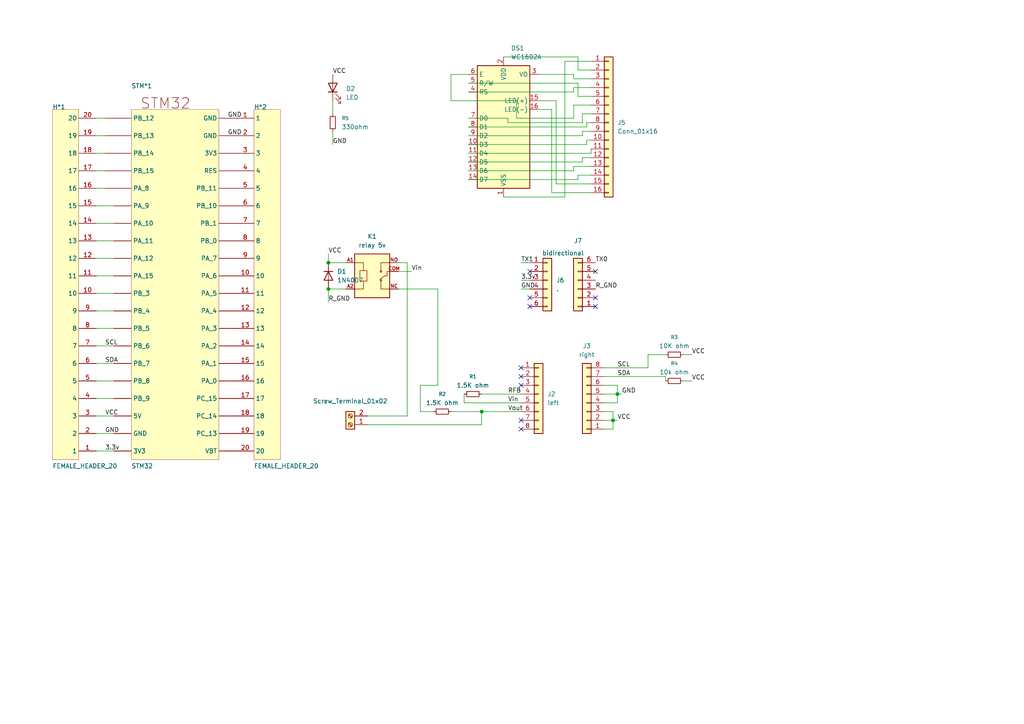
<source format=kicad_sch>
(kicad_sch
	(version 20250114)
	(generator "eeschema")
	(generator_version "9.0")
	(uuid "075b7c50-2d30-4a0b-9780-77df2321137b")
	(paper "A4")
	(lib_symbols
		(symbol "Connector:Screw_Terminal_01x02"
			(pin_names
				(offset 1.016)
				(hide yes)
			)
			(exclude_from_sim no)
			(in_bom yes)
			(on_board yes)
			(property "Reference" "J"
				(at 0 2.54 0)
				(effects
					(font
						(size 1.27 1.27)
					)
				)
			)
			(property "Value" "Screw_Terminal_01x02"
				(at 0 -5.08 0)
				(effects
					(font
						(size 1.27 1.27)
					)
				)
			)
			(property "Footprint" ""
				(at 0 0 0)
				(effects
					(font
						(size 1.27 1.27)
					)
					(hide yes)
				)
			)
			(property "Datasheet" "~"
				(at 0 0 0)
				(effects
					(font
						(size 1.27 1.27)
					)
					(hide yes)
				)
			)
			(property "Description" "Generic screw terminal, single row, 01x02, script generated (kicad-library-utils/schlib/autogen/connector/)"
				(at 0 0 0)
				(effects
					(font
						(size 1.27 1.27)
					)
					(hide yes)
				)
			)
			(property "ki_keywords" "screw terminal"
				(at 0 0 0)
				(effects
					(font
						(size 1.27 1.27)
					)
					(hide yes)
				)
			)
			(property "ki_fp_filters" "TerminalBlock*:*"
				(at 0 0 0)
				(effects
					(font
						(size 1.27 1.27)
					)
					(hide yes)
				)
			)
			(symbol "Screw_Terminal_01x02_1_1"
				(rectangle
					(start -1.27 1.27)
					(end 1.27 -3.81)
					(stroke
						(width 0.254)
						(type default)
					)
					(fill
						(type background)
					)
				)
				(polyline
					(pts
						(xy -0.5334 0.3302) (xy 0.3302 -0.508)
					)
					(stroke
						(width 0.1524)
						(type default)
					)
					(fill
						(type none)
					)
				)
				(polyline
					(pts
						(xy -0.5334 -2.2098) (xy 0.3302 -3.048)
					)
					(stroke
						(width 0.1524)
						(type default)
					)
					(fill
						(type none)
					)
				)
				(polyline
					(pts
						(xy -0.3556 0.508) (xy 0.508 -0.3302)
					)
					(stroke
						(width 0.1524)
						(type default)
					)
					(fill
						(type none)
					)
				)
				(polyline
					(pts
						(xy -0.3556 -2.032) (xy 0.508 -2.8702)
					)
					(stroke
						(width 0.1524)
						(type default)
					)
					(fill
						(type none)
					)
				)
				(circle
					(center 0 0)
					(radius 0.635)
					(stroke
						(width 0.1524)
						(type default)
					)
					(fill
						(type none)
					)
				)
				(circle
					(center 0 -2.54)
					(radius 0.635)
					(stroke
						(width 0.1524)
						(type default)
					)
					(fill
						(type none)
					)
				)
				(pin passive line
					(at -5.08 0 0)
					(length 3.81)
					(name "Pin_1"
						(effects
							(font
								(size 1.27 1.27)
							)
						)
					)
					(number "1"
						(effects
							(font
								(size 1.27 1.27)
							)
						)
					)
				)
				(pin passive line
					(at -5.08 -2.54 0)
					(length 3.81)
					(name "Pin_2"
						(effects
							(font
								(size 1.27 1.27)
							)
						)
					)
					(number "2"
						(effects
							(font
								(size 1.27 1.27)
							)
						)
					)
				)
			)
			(embedded_fonts no)
		)
		(symbol "Connector_Generic:Conn_01x06"
			(pin_names
				(offset 1.016)
				(hide yes)
			)
			(exclude_from_sim no)
			(in_bom yes)
			(on_board yes)
			(property "Reference" "J"
				(at 0 7.62 0)
				(effects
					(font
						(size 1.27 1.27)
					)
				)
			)
			(property "Value" "Conn_01x06"
				(at 0 -10.16 0)
				(effects
					(font
						(size 1.27 1.27)
					)
				)
			)
			(property "Footprint" ""
				(at 0 0 0)
				(effects
					(font
						(size 1.27 1.27)
					)
					(hide yes)
				)
			)
			(property "Datasheet" "~"
				(at 0 0 0)
				(effects
					(font
						(size 1.27 1.27)
					)
					(hide yes)
				)
			)
			(property "Description" "Generic connector, single row, 01x06, script generated (kicad-library-utils/schlib/autogen/connector/)"
				(at 0 0 0)
				(effects
					(font
						(size 1.27 1.27)
					)
					(hide yes)
				)
			)
			(property "ki_keywords" "connector"
				(at 0 0 0)
				(effects
					(font
						(size 1.27 1.27)
					)
					(hide yes)
				)
			)
			(property "ki_fp_filters" "Connector*:*_1x??_*"
				(at 0 0 0)
				(effects
					(font
						(size 1.27 1.27)
					)
					(hide yes)
				)
			)
			(symbol "Conn_01x06_1_1"
				(rectangle
					(start -1.27 6.35)
					(end 1.27 -8.89)
					(stroke
						(width 0.254)
						(type default)
					)
					(fill
						(type background)
					)
				)
				(rectangle
					(start -1.27 5.207)
					(end 0 4.953)
					(stroke
						(width 0.1524)
						(type default)
					)
					(fill
						(type none)
					)
				)
				(rectangle
					(start -1.27 2.667)
					(end 0 2.413)
					(stroke
						(width 0.1524)
						(type default)
					)
					(fill
						(type none)
					)
				)
				(rectangle
					(start -1.27 0.127)
					(end 0 -0.127)
					(stroke
						(width 0.1524)
						(type default)
					)
					(fill
						(type none)
					)
				)
				(rectangle
					(start -1.27 -2.413)
					(end 0 -2.667)
					(stroke
						(width 0.1524)
						(type default)
					)
					(fill
						(type none)
					)
				)
				(rectangle
					(start -1.27 -4.953)
					(end 0 -5.207)
					(stroke
						(width 0.1524)
						(type default)
					)
					(fill
						(type none)
					)
				)
				(rectangle
					(start -1.27 -7.493)
					(end 0 -7.747)
					(stroke
						(width 0.1524)
						(type default)
					)
					(fill
						(type none)
					)
				)
				(pin passive line
					(at -5.08 5.08 0)
					(length 3.81)
					(name "Pin_1"
						(effects
							(font
								(size 1.27 1.27)
							)
						)
					)
					(number "1"
						(effects
							(font
								(size 1.27 1.27)
							)
						)
					)
				)
				(pin passive line
					(at -5.08 2.54 0)
					(length 3.81)
					(name "Pin_2"
						(effects
							(font
								(size 1.27 1.27)
							)
						)
					)
					(number "2"
						(effects
							(font
								(size 1.27 1.27)
							)
						)
					)
				)
				(pin passive line
					(at -5.08 0 0)
					(length 3.81)
					(name "Pin_3"
						(effects
							(font
								(size 1.27 1.27)
							)
						)
					)
					(number "3"
						(effects
							(font
								(size 1.27 1.27)
							)
						)
					)
				)
				(pin passive line
					(at -5.08 -2.54 0)
					(length 3.81)
					(name "Pin_4"
						(effects
							(font
								(size 1.27 1.27)
							)
						)
					)
					(number "4"
						(effects
							(font
								(size 1.27 1.27)
							)
						)
					)
				)
				(pin passive line
					(at -5.08 -5.08 0)
					(length 3.81)
					(name "Pin_5"
						(effects
							(font
								(size 1.27 1.27)
							)
						)
					)
					(number "5"
						(effects
							(font
								(size 1.27 1.27)
							)
						)
					)
				)
				(pin passive line
					(at -5.08 -7.62 0)
					(length 3.81)
					(name "Pin_6"
						(effects
							(font
								(size 1.27 1.27)
							)
						)
					)
					(number "6"
						(effects
							(font
								(size 1.27 1.27)
							)
						)
					)
				)
			)
			(embedded_fonts no)
		)
		(symbol "Connector_Generic:Conn_01x08"
			(pin_names
				(offset 1.016)
				(hide yes)
			)
			(exclude_from_sim no)
			(in_bom yes)
			(on_board yes)
			(property "Reference" "J"
				(at 0 10.16 0)
				(effects
					(font
						(size 1.27 1.27)
					)
				)
			)
			(property "Value" "Conn_01x08"
				(at 0 -12.7 0)
				(effects
					(font
						(size 1.27 1.27)
					)
				)
			)
			(property "Footprint" ""
				(at 0 0 0)
				(effects
					(font
						(size 1.27 1.27)
					)
					(hide yes)
				)
			)
			(property "Datasheet" "~"
				(at 0 0 0)
				(effects
					(font
						(size 1.27 1.27)
					)
					(hide yes)
				)
			)
			(property "Description" "Generic connector, single row, 01x08, script generated (kicad-library-utils/schlib/autogen/connector/)"
				(at 0 0 0)
				(effects
					(font
						(size 1.27 1.27)
					)
					(hide yes)
				)
			)
			(property "ki_keywords" "connector"
				(at 0 0 0)
				(effects
					(font
						(size 1.27 1.27)
					)
					(hide yes)
				)
			)
			(property "ki_fp_filters" "Connector*:*_1x??_*"
				(at 0 0 0)
				(effects
					(font
						(size 1.27 1.27)
					)
					(hide yes)
				)
			)
			(symbol "Conn_01x08_1_1"
				(rectangle
					(start -1.27 8.89)
					(end 1.27 -11.43)
					(stroke
						(width 0.254)
						(type default)
					)
					(fill
						(type background)
					)
				)
				(rectangle
					(start -1.27 7.747)
					(end 0 7.493)
					(stroke
						(width 0.1524)
						(type default)
					)
					(fill
						(type none)
					)
				)
				(rectangle
					(start -1.27 5.207)
					(end 0 4.953)
					(stroke
						(width 0.1524)
						(type default)
					)
					(fill
						(type none)
					)
				)
				(rectangle
					(start -1.27 2.667)
					(end 0 2.413)
					(stroke
						(width 0.1524)
						(type default)
					)
					(fill
						(type none)
					)
				)
				(rectangle
					(start -1.27 0.127)
					(end 0 -0.127)
					(stroke
						(width 0.1524)
						(type default)
					)
					(fill
						(type none)
					)
				)
				(rectangle
					(start -1.27 -2.413)
					(end 0 -2.667)
					(stroke
						(width 0.1524)
						(type default)
					)
					(fill
						(type none)
					)
				)
				(rectangle
					(start -1.27 -4.953)
					(end 0 -5.207)
					(stroke
						(width 0.1524)
						(type default)
					)
					(fill
						(type none)
					)
				)
				(rectangle
					(start -1.27 -7.493)
					(end 0 -7.747)
					(stroke
						(width 0.1524)
						(type default)
					)
					(fill
						(type none)
					)
				)
				(rectangle
					(start -1.27 -10.033)
					(end 0 -10.287)
					(stroke
						(width 0.1524)
						(type default)
					)
					(fill
						(type none)
					)
				)
				(pin passive line
					(at -5.08 7.62 0)
					(length 3.81)
					(name "Pin_1"
						(effects
							(font
								(size 1.27 1.27)
							)
						)
					)
					(number "1"
						(effects
							(font
								(size 1.27 1.27)
							)
						)
					)
				)
				(pin passive line
					(at -5.08 5.08 0)
					(length 3.81)
					(name "Pin_2"
						(effects
							(font
								(size 1.27 1.27)
							)
						)
					)
					(number "2"
						(effects
							(font
								(size 1.27 1.27)
							)
						)
					)
				)
				(pin passive line
					(at -5.08 2.54 0)
					(length 3.81)
					(name "Pin_3"
						(effects
							(font
								(size 1.27 1.27)
							)
						)
					)
					(number "3"
						(effects
							(font
								(size 1.27 1.27)
							)
						)
					)
				)
				(pin passive line
					(at -5.08 0 0)
					(length 3.81)
					(name "Pin_4"
						(effects
							(font
								(size 1.27 1.27)
							)
						)
					)
					(number "4"
						(effects
							(font
								(size 1.27 1.27)
							)
						)
					)
				)
				(pin passive line
					(at -5.08 -2.54 0)
					(length 3.81)
					(name "Pin_5"
						(effects
							(font
								(size 1.27 1.27)
							)
						)
					)
					(number "5"
						(effects
							(font
								(size 1.27 1.27)
							)
						)
					)
				)
				(pin passive line
					(at -5.08 -5.08 0)
					(length 3.81)
					(name "Pin_6"
						(effects
							(font
								(size 1.27 1.27)
							)
						)
					)
					(number "6"
						(effects
							(font
								(size 1.27 1.27)
							)
						)
					)
				)
				(pin passive line
					(at -5.08 -7.62 0)
					(length 3.81)
					(name "Pin_7"
						(effects
							(font
								(size 1.27 1.27)
							)
						)
					)
					(number "7"
						(effects
							(font
								(size 1.27 1.27)
							)
						)
					)
				)
				(pin passive line
					(at -5.08 -10.16 0)
					(length 3.81)
					(name "Pin_8"
						(effects
							(font
								(size 1.27 1.27)
							)
						)
					)
					(number "8"
						(effects
							(font
								(size 1.27 1.27)
							)
						)
					)
				)
			)
			(embedded_fonts no)
		)
		(symbol "Connector_Generic:Conn_01x16"
			(pin_names
				(offset 1.016)
				(hide yes)
			)
			(exclude_from_sim no)
			(in_bom yes)
			(on_board yes)
			(property "Reference" "J"
				(at 0 20.32 0)
				(effects
					(font
						(size 1.27 1.27)
					)
				)
			)
			(property "Value" "Conn_01x16"
				(at 0 -22.86 0)
				(effects
					(font
						(size 1.27 1.27)
					)
				)
			)
			(property "Footprint" ""
				(at 0 0 0)
				(effects
					(font
						(size 1.27 1.27)
					)
					(hide yes)
				)
			)
			(property "Datasheet" "~"
				(at 0 0 0)
				(effects
					(font
						(size 1.27 1.27)
					)
					(hide yes)
				)
			)
			(property "Description" "Generic connector, single row, 01x16, script generated (kicad-library-utils/schlib/autogen/connector/)"
				(at 0 0 0)
				(effects
					(font
						(size 1.27 1.27)
					)
					(hide yes)
				)
			)
			(property "ki_keywords" "connector"
				(at 0 0 0)
				(effects
					(font
						(size 1.27 1.27)
					)
					(hide yes)
				)
			)
			(property "ki_fp_filters" "Connector*:*_1x??_*"
				(at 0 0 0)
				(effects
					(font
						(size 1.27 1.27)
					)
					(hide yes)
				)
			)
			(symbol "Conn_01x16_1_1"
				(rectangle
					(start -1.27 19.05)
					(end 1.27 -21.59)
					(stroke
						(width 0.254)
						(type default)
					)
					(fill
						(type background)
					)
				)
				(rectangle
					(start -1.27 17.907)
					(end 0 17.653)
					(stroke
						(width 0.1524)
						(type default)
					)
					(fill
						(type none)
					)
				)
				(rectangle
					(start -1.27 15.367)
					(end 0 15.113)
					(stroke
						(width 0.1524)
						(type default)
					)
					(fill
						(type none)
					)
				)
				(rectangle
					(start -1.27 12.827)
					(end 0 12.573)
					(stroke
						(width 0.1524)
						(type default)
					)
					(fill
						(type none)
					)
				)
				(rectangle
					(start -1.27 10.287)
					(end 0 10.033)
					(stroke
						(width 0.1524)
						(type default)
					)
					(fill
						(type none)
					)
				)
				(rectangle
					(start -1.27 7.747)
					(end 0 7.493)
					(stroke
						(width 0.1524)
						(type default)
					)
					(fill
						(type none)
					)
				)
				(rectangle
					(start -1.27 5.207)
					(end 0 4.953)
					(stroke
						(width 0.1524)
						(type default)
					)
					(fill
						(type none)
					)
				)
				(rectangle
					(start -1.27 2.667)
					(end 0 2.413)
					(stroke
						(width 0.1524)
						(type default)
					)
					(fill
						(type none)
					)
				)
				(rectangle
					(start -1.27 0.127)
					(end 0 -0.127)
					(stroke
						(width 0.1524)
						(type default)
					)
					(fill
						(type none)
					)
				)
				(rectangle
					(start -1.27 -2.413)
					(end 0 -2.667)
					(stroke
						(width 0.1524)
						(type default)
					)
					(fill
						(type none)
					)
				)
				(rectangle
					(start -1.27 -4.953)
					(end 0 -5.207)
					(stroke
						(width 0.1524)
						(type default)
					)
					(fill
						(type none)
					)
				)
				(rectangle
					(start -1.27 -7.493)
					(end 0 -7.747)
					(stroke
						(width 0.1524)
						(type default)
					)
					(fill
						(type none)
					)
				)
				(rectangle
					(start -1.27 -10.033)
					(end 0 -10.287)
					(stroke
						(width 0.1524)
						(type default)
					)
					(fill
						(type none)
					)
				)
				(rectangle
					(start -1.27 -12.573)
					(end 0 -12.827)
					(stroke
						(width 0.1524)
						(type default)
					)
					(fill
						(type none)
					)
				)
				(rectangle
					(start -1.27 -15.113)
					(end 0 -15.367)
					(stroke
						(width 0.1524)
						(type default)
					)
					(fill
						(type none)
					)
				)
				(rectangle
					(start -1.27 -17.653)
					(end 0 -17.907)
					(stroke
						(width 0.1524)
						(type default)
					)
					(fill
						(type none)
					)
				)
				(rectangle
					(start -1.27 -20.193)
					(end 0 -20.447)
					(stroke
						(width 0.1524)
						(type default)
					)
					(fill
						(type none)
					)
				)
				(pin passive line
					(at -5.08 17.78 0)
					(length 3.81)
					(name "Pin_1"
						(effects
							(font
								(size 1.27 1.27)
							)
						)
					)
					(number "1"
						(effects
							(font
								(size 1.27 1.27)
							)
						)
					)
				)
				(pin passive line
					(at -5.08 15.24 0)
					(length 3.81)
					(name "Pin_2"
						(effects
							(font
								(size 1.27 1.27)
							)
						)
					)
					(number "2"
						(effects
							(font
								(size 1.27 1.27)
							)
						)
					)
				)
				(pin passive line
					(at -5.08 12.7 0)
					(length 3.81)
					(name "Pin_3"
						(effects
							(font
								(size 1.27 1.27)
							)
						)
					)
					(number "3"
						(effects
							(font
								(size 1.27 1.27)
							)
						)
					)
				)
				(pin passive line
					(at -5.08 10.16 0)
					(length 3.81)
					(name "Pin_4"
						(effects
							(font
								(size 1.27 1.27)
							)
						)
					)
					(number "4"
						(effects
							(font
								(size 1.27 1.27)
							)
						)
					)
				)
				(pin passive line
					(at -5.08 7.62 0)
					(length 3.81)
					(name "Pin_5"
						(effects
							(font
								(size 1.27 1.27)
							)
						)
					)
					(number "5"
						(effects
							(font
								(size 1.27 1.27)
							)
						)
					)
				)
				(pin passive line
					(at -5.08 5.08 0)
					(length 3.81)
					(name "Pin_6"
						(effects
							(font
								(size 1.27 1.27)
							)
						)
					)
					(number "6"
						(effects
							(font
								(size 1.27 1.27)
							)
						)
					)
				)
				(pin passive line
					(at -5.08 2.54 0)
					(length 3.81)
					(name "Pin_7"
						(effects
							(font
								(size 1.27 1.27)
							)
						)
					)
					(number "7"
						(effects
							(font
								(size 1.27 1.27)
							)
						)
					)
				)
				(pin passive line
					(at -5.08 0 0)
					(length 3.81)
					(name "Pin_8"
						(effects
							(font
								(size 1.27 1.27)
							)
						)
					)
					(number "8"
						(effects
							(font
								(size 1.27 1.27)
							)
						)
					)
				)
				(pin passive line
					(at -5.08 -2.54 0)
					(length 3.81)
					(name "Pin_9"
						(effects
							(font
								(size 1.27 1.27)
							)
						)
					)
					(number "9"
						(effects
							(font
								(size 1.27 1.27)
							)
						)
					)
				)
				(pin passive line
					(at -5.08 -5.08 0)
					(length 3.81)
					(name "Pin_10"
						(effects
							(font
								(size 1.27 1.27)
							)
						)
					)
					(number "10"
						(effects
							(font
								(size 1.27 1.27)
							)
						)
					)
				)
				(pin passive line
					(at -5.08 -7.62 0)
					(length 3.81)
					(name "Pin_11"
						(effects
							(font
								(size 1.27 1.27)
							)
						)
					)
					(number "11"
						(effects
							(font
								(size 1.27 1.27)
							)
						)
					)
				)
				(pin passive line
					(at -5.08 -10.16 0)
					(length 3.81)
					(name "Pin_12"
						(effects
							(font
								(size 1.27 1.27)
							)
						)
					)
					(number "12"
						(effects
							(font
								(size 1.27 1.27)
							)
						)
					)
				)
				(pin passive line
					(at -5.08 -12.7 0)
					(length 3.81)
					(name "Pin_13"
						(effects
							(font
								(size 1.27 1.27)
							)
						)
					)
					(number "13"
						(effects
							(font
								(size 1.27 1.27)
							)
						)
					)
				)
				(pin passive line
					(at -5.08 -15.24 0)
					(length 3.81)
					(name "Pin_14"
						(effects
							(font
								(size 1.27 1.27)
							)
						)
					)
					(number "14"
						(effects
							(font
								(size 1.27 1.27)
							)
						)
					)
				)
				(pin passive line
					(at -5.08 -17.78 0)
					(length 3.81)
					(name "Pin_15"
						(effects
							(font
								(size 1.27 1.27)
							)
						)
					)
					(number "15"
						(effects
							(font
								(size 1.27 1.27)
							)
						)
					)
				)
				(pin passive line
					(at -5.08 -20.32 0)
					(length 3.81)
					(name "Pin_16"
						(effects
							(font
								(size 1.27 1.27)
							)
						)
					)
					(number "16"
						(effects
							(font
								(size 1.27 1.27)
							)
						)
					)
				)
			)
			(embedded_fonts no)
		)
		(symbol "Device:LED"
			(pin_numbers
				(hide yes)
			)
			(pin_names
				(offset 1.016)
				(hide yes)
			)
			(exclude_from_sim no)
			(in_bom yes)
			(on_board yes)
			(property "Reference" "D"
				(at 0 2.54 0)
				(effects
					(font
						(size 1.27 1.27)
					)
				)
			)
			(property "Value" "LED"
				(at 0 -2.54 0)
				(effects
					(font
						(size 1.27 1.27)
					)
				)
			)
			(property "Footprint" ""
				(at 0 0 0)
				(effects
					(font
						(size 1.27 1.27)
					)
					(hide yes)
				)
			)
			(property "Datasheet" "~"
				(at 0 0 0)
				(effects
					(font
						(size 1.27 1.27)
					)
					(hide yes)
				)
			)
			(property "Description" "Light emitting diode"
				(at 0 0 0)
				(effects
					(font
						(size 1.27 1.27)
					)
					(hide yes)
				)
			)
			(property "Sim.Pins" "1=K 2=A"
				(at 0 0 0)
				(effects
					(font
						(size 1.27 1.27)
					)
					(hide yes)
				)
			)
			(property "ki_keywords" "LED diode"
				(at 0 0 0)
				(effects
					(font
						(size 1.27 1.27)
					)
					(hide yes)
				)
			)
			(property "ki_fp_filters" "LED* LED_SMD:* LED_THT:*"
				(at 0 0 0)
				(effects
					(font
						(size 1.27 1.27)
					)
					(hide yes)
				)
			)
			(symbol "LED_0_1"
				(polyline
					(pts
						(xy -3.048 -0.762) (xy -4.572 -2.286) (xy -3.81 -2.286) (xy -4.572 -2.286) (xy -4.572 -1.524)
					)
					(stroke
						(width 0)
						(type default)
					)
					(fill
						(type none)
					)
				)
				(polyline
					(pts
						(xy -1.778 -0.762) (xy -3.302 -2.286) (xy -2.54 -2.286) (xy -3.302 -2.286) (xy -3.302 -1.524)
					)
					(stroke
						(width 0)
						(type default)
					)
					(fill
						(type none)
					)
				)
				(polyline
					(pts
						(xy -1.27 0) (xy 1.27 0)
					)
					(stroke
						(width 0)
						(type default)
					)
					(fill
						(type none)
					)
				)
				(polyline
					(pts
						(xy -1.27 -1.27) (xy -1.27 1.27)
					)
					(stroke
						(width 0.254)
						(type default)
					)
					(fill
						(type none)
					)
				)
				(polyline
					(pts
						(xy 1.27 -1.27) (xy 1.27 1.27) (xy -1.27 0) (xy 1.27 -1.27)
					)
					(stroke
						(width 0.254)
						(type default)
					)
					(fill
						(type none)
					)
				)
			)
			(symbol "LED_1_1"
				(pin passive line
					(at -3.81 0 0)
					(length 2.54)
					(name "K"
						(effects
							(font
								(size 1.27 1.27)
							)
						)
					)
					(number "1"
						(effects
							(font
								(size 1.27 1.27)
							)
						)
					)
				)
				(pin passive line
					(at 3.81 0 180)
					(length 2.54)
					(name "A"
						(effects
							(font
								(size 1.27 1.27)
							)
						)
					)
					(number "2"
						(effects
							(font
								(size 1.27 1.27)
							)
						)
					)
				)
			)
			(embedded_fonts no)
		)
		(symbol "Device:R_Small"
			(pin_numbers
				(hide yes)
			)
			(pin_names
				(offset 0.254)
				(hide yes)
			)
			(exclude_from_sim no)
			(in_bom yes)
			(on_board yes)
			(property "Reference" "R"
				(at 0 0 90)
				(effects
					(font
						(size 1.016 1.016)
					)
				)
			)
			(property "Value" "R_Small"
				(at 1.778 0 90)
				(effects
					(font
						(size 1.27 1.27)
					)
				)
			)
			(property "Footprint" ""
				(at 0 0 0)
				(effects
					(font
						(size 1.27 1.27)
					)
					(hide yes)
				)
			)
			(property "Datasheet" "~"
				(at 0 0 0)
				(effects
					(font
						(size 1.27 1.27)
					)
					(hide yes)
				)
			)
			(property "Description" "Resistor, small symbol"
				(at 0 0 0)
				(effects
					(font
						(size 1.27 1.27)
					)
					(hide yes)
				)
			)
			(property "ki_keywords" "R resistor"
				(at 0 0 0)
				(effects
					(font
						(size 1.27 1.27)
					)
					(hide yes)
				)
			)
			(property "ki_fp_filters" "R_*"
				(at 0 0 0)
				(effects
					(font
						(size 1.27 1.27)
					)
					(hide yes)
				)
			)
			(symbol "R_Small_0_1"
				(rectangle
					(start -0.762 1.778)
					(end 0.762 -1.778)
					(stroke
						(width 0.2032)
						(type default)
					)
					(fill
						(type none)
					)
				)
			)
			(symbol "R_Small_1_1"
				(pin passive line
					(at 0 2.54 270)
					(length 0.762)
					(name "~"
						(effects
							(font
								(size 1.27 1.27)
							)
						)
					)
					(number "1"
						(effects
							(font
								(size 1.27 1.27)
							)
						)
					)
				)
				(pin passive line
					(at 0 -2.54 90)
					(length 0.762)
					(name "~"
						(effects
							(font
								(size 1.27 1.27)
							)
						)
					)
					(number "2"
						(effects
							(font
								(size 1.27 1.27)
							)
						)
					)
				)
			)
			(embedded_fonts no)
		)
		(symbol "Diode:1N4007"
			(pin_numbers
				(hide yes)
			)
			(pin_names
				(hide yes)
			)
			(exclude_from_sim no)
			(in_bom yes)
			(on_board yes)
			(property "Reference" "D"
				(at 0 2.54 0)
				(effects
					(font
						(size 1.27 1.27)
					)
				)
			)
			(property "Value" "1N4007"
				(at 0 -2.54 0)
				(effects
					(font
						(size 1.27 1.27)
					)
				)
			)
			(property "Footprint" "Diode_THT:D_DO-41_SOD81_P10.16mm_Horizontal"
				(at 0 -4.445 0)
				(effects
					(font
						(size 1.27 1.27)
					)
					(hide yes)
				)
			)
			(property "Datasheet" "http://www.vishay.com/docs/88503/1n4001.pdf"
				(at 0 0 0)
				(effects
					(font
						(size 1.27 1.27)
					)
					(hide yes)
				)
			)
			(property "Description" "1000V 1A General Purpose Rectifier Diode, DO-41"
				(at 0 0 0)
				(effects
					(font
						(size 1.27 1.27)
					)
					(hide yes)
				)
			)
			(property "Sim.Device" "D"
				(at 0 0 0)
				(effects
					(font
						(size 1.27 1.27)
					)
					(hide yes)
				)
			)
			(property "Sim.Pins" "1=K 2=A"
				(at 0 0 0)
				(effects
					(font
						(size 1.27 1.27)
					)
					(hide yes)
				)
			)
			(property "ki_keywords" "diode"
				(at 0 0 0)
				(effects
					(font
						(size 1.27 1.27)
					)
					(hide yes)
				)
			)
			(property "ki_fp_filters" "D*DO?41*"
				(at 0 0 0)
				(effects
					(font
						(size 1.27 1.27)
					)
					(hide yes)
				)
			)
			(symbol "1N4007_0_1"
				(polyline
					(pts
						(xy -1.27 1.27) (xy -1.27 -1.27)
					)
					(stroke
						(width 0.254)
						(type default)
					)
					(fill
						(type none)
					)
				)
				(polyline
					(pts
						(xy 1.27 1.27) (xy 1.27 -1.27) (xy -1.27 0) (xy 1.27 1.27)
					)
					(stroke
						(width 0.254)
						(type default)
					)
					(fill
						(type none)
					)
				)
				(polyline
					(pts
						(xy 1.27 0) (xy -1.27 0)
					)
					(stroke
						(width 0)
						(type default)
					)
					(fill
						(type none)
					)
				)
			)
			(symbol "1N4007_1_1"
				(pin passive line
					(at -3.81 0 0)
					(length 2.54)
					(name "K"
						(effects
							(font
								(size 1.27 1.27)
							)
						)
					)
					(number "1"
						(effects
							(font
								(size 1.27 1.27)
							)
						)
					)
				)
				(pin passive line
					(at 3.81 0 180)
					(length 2.54)
					(name "A"
						(effects
							(font
								(size 1.27 1.27)
							)
						)
					)
					(number "2"
						(effects
							(font
								(size 1.27 1.27)
							)
						)
					)
				)
			)
			(embedded_fonts no)
		)
		(symbol "Display_Character:WC1602A"
			(exclude_from_sim no)
			(in_bom yes)
			(on_board yes)
			(property "Reference" "DS"
				(at -5.842 19.05 0)
				(effects
					(font
						(size 1.27 1.27)
					)
				)
			)
			(property "Value" "WC1602A"
				(at 5.334 19.05 0)
				(effects
					(font
						(size 1.27 1.27)
					)
				)
			)
			(property "Footprint" "Display:WC1602A"
				(at 0 -22.86 0)
				(effects
					(font
						(size 1.27 1.27)
						(italic yes)
					)
					(hide yes)
				)
			)
			(property "Datasheet" "http://www.wincomlcd.com/pdf/WC1602A-SFYLYHTC06.pdf"
				(at 17.78 0 0)
				(effects
					(font
						(size 1.27 1.27)
					)
					(hide yes)
				)
			)
			(property "Description" "LCD 16x2 Alphanumeric , 8 bit parallel bus, 5V VDD"
				(at 0 0 0)
				(effects
					(font
						(size 1.27 1.27)
					)
					(hide yes)
				)
			)
			(property "ki_keywords" "display LCD dot-matrix"
				(at 0 0 0)
				(effects
					(font
						(size 1.27 1.27)
					)
					(hide yes)
				)
			)
			(property "ki_fp_filters" "*WC*1602A*"
				(at 0 0 0)
				(effects
					(font
						(size 1.27 1.27)
					)
					(hide yes)
				)
			)
			(symbol "WC1602A_1_1"
				(rectangle
					(start -7.62 17.78)
					(end 7.62 -17.78)
					(stroke
						(width 0.254)
						(type default)
					)
					(fill
						(type background)
					)
				)
				(pin input line
					(at -10.16 15.24 0)
					(length 2.54)
					(name "E"
						(effects
							(font
								(size 1.27 1.27)
							)
						)
					)
					(number "6"
						(effects
							(font
								(size 1.27 1.27)
							)
						)
					)
				)
				(pin input line
					(at -10.16 12.7 0)
					(length 2.54)
					(name "R/W"
						(effects
							(font
								(size 1.27 1.27)
							)
						)
					)
					(number "5"
						(effects
							(font
								(size 1.27 1.27)
							)
						)
					)
				)
				(pin input line
					(at -10.16 10.16 0)
					(length 2.54)
					(name "RS"
						(effects
							(font
								(size 1.27 1.27)
							)
						)
					)
					(number "4"
						(effects
							(font
								(size 1.27 1.27)
							)
						)
					)
				)
				(pin input line
					(at -10.16 2.54 0)
					(length 2.54)
					(name "D0"
						(effects
							(font
								(size 1.27 1.27)
							)
						)
					)
					(number "7"
						(effects
							(font
								(size 1.27 1.27)
							)
						)
					)
				)
				(pin input line
					(at -10.16 0 0)
					(length 2.54)
					(name "D1"
						(effects
							(font
								(size 1.27 1.27)
							)
						)
					)
					(number "8"
						(effects
							(font
								(size 1.27 1.27)
							)
						)
					)
				)
				(pin input line
					(at -10.16 -2.54 0)
					(length 2.54)
					(name "D2"
						(effects
							(font
								(size 1.27 1.27)
							)
						)
					)
					(number "9"
						(effects
							(font
								(size 1.27 1.27)
							)
						)
					)
				)
				(pin input line
					(at -10.16 -5.08 0)
					(length 2.54)
					(name "D3"
						(effects
							(font
								(size 1.27 1.27)
							)
						)
					)
					(number "10"
						(effects
							(font
								(size 1.27 1.27)
							)
						)
					)
				)
				(pin input line
					(at -10.16 -7.62 0)
					(length 2.54)
					(name "D4"
						(effects
							(font
								(size 1.27 1.27)
							)
						)
					)
					(number "11"
						(effects
							(font
								(size 1.27 1.27)
							)
						)
					)
				)
				(pin input line
					(at -10.16 -10.16 0)
					(length 2.54)
					(name "D5"
						(effects
							(font
								(size 1.27 1.27)
							)
						)
					)
					(number "12"
						(effects
							(font
								(size 1.27 1.27)
							)
						)
					)
				)
				(pin input line
					(at -10.16 -12.7 0)
					(length 2.54)
					(name "D6"
						(effects
							(font
								(size 1.27 1.27)
							)
						)
					)
					(number "13"
						(effects
							(font
								(size 1.27 1.27)
							)
						)
					)
				)
				(pin input line
					(at -10.16 -15.24 0)
					(length 2.54)
					(name "D7"
						(effects
							(font
								(size 1.27 1.27)
							)
						)
					)
					(number "14"
						(effects
							(font
								(size 1.27 1.27)
							)
						)
					)
				)
				(pin power_in line
					(at 0 20.32 270)
					(length 2.54)
					(name "VDD"
						(effects
							(font
								(size 1.27 1.27)
							)
						)
					)
					(number "2"
						(effects
							(font
								(size 1.27 1.27)
							)
						)
					)
				)
				(pin power_in line
					(at 0 -20.32 90)
					(length 2.54)
					(name "VSS"
						(effects
							(font
								(size 1.27 1.27)
							)
						)
					)
					(number "1"
						(effects
							(font
								(size 1.27 1.27)
							)
						)
					)
				)
				(pin input line
					(at 10.16 15.24 180)
					(length 2.54)
					(name "VO"
						(effects
							(font
								(size 1.27 1.27)
							)
						)
					)
					(number "3"
						(effects
							(font
								(size 1.27 1.27)
							)
						)
					)
				)
				(pin power_in line
					(at 10.16 7.62 180)
					(length 2.54)
					(name "LED(+)"
						(effects
							(font
								(size 1.27 1.27)
							)
						)
					)
					(number "15"
						(effects
							(font
								(size 1.27 1.27)
							)
						)
					)
				)
				(pin power_in line
					(at 10.16 5.08 180)
					(length 2.54)
					(name "LED(-)"
						(effects
							(font
								(size 1.27 1.27)
							)
						)
					)
					(number "16"
						(effects
							(font
								(size 1.27 1.27)
							)
						)
					)
				)
			)
			(embedded_fonts no)
		)
		(symbol "no relay(ad5933)-altium-import:root_0_FEMALE_HEADER_20_Mia_Training.SchLib"
			(exclude_from_sim no)
			(in_bom yes)
			(on_board yes)
			(property "Reference" ""
				(at 0 0 0)
				(effects
					(font
						(size 1.27 1.27)
					)
				)
			)
			(property "Value" ""
				(at 0 0 0)
				(effects
					(font
						(size 1.27 1.27)
					)
				)
			)
			(property "Footprint" ""
				(at 0 0 0)
				(effects
					(font
						(size 1.27 1.27)
					)
					(hide yes)
				)
			)
			(property "Datasheet" ""
				(at 0 0 0)
				(effects
					(font
						(size 1.27 1.27)
					)
					(hide yes)
				)
			)
			(property "Description" ""
				(at 0 0 0)
				(effects
					(font
						(size 1.27 1.27)
					)
					(hide yes)
				)
			)
			(property "ki_fp_filters" "*Female_Header_20*"
				(at 0 0 0)
				(effects
					(font
						(size 1.27 1.27)
					)
					(hide yes)
				)
			)
			(symbol "root_0_FEMALE_HEADER_20_Mia_Training.SchLib_1_0"
				(rectangle
					(start 7.62 50.8)
					(end 0 -50.8)
					(stroke
						(width 0.0254)
						(type solid)
						(color 128 0 0 1)
					)
					(fill
						(type background)
					)
				)
				(pin passive line
					(at -5.08 48.26 0)
					(length 5.08)
					(name "1"
						(effects
							(font
								(size 1.27 1.27)
							)
						)
					)
					(number "1"
						(effects
							(font
								(size 1.27 1.27)
							)
						)
					)
				)
				(pin passive line
					(at -5.08 43.18 0)
					(length 5.08)
					(name "2"
						(effects
							(font
								(size 1.27 1.27)
							)
						)
					)
					(number "2"
						(effects
							(font
								(size 1.27 1.27)
							)
						)
					)
				)
				(pin passive line
					(at -5.08 38.1 0)
					(length 5.08)
					(name "3"
						(effects
							(font
								(size 1.27 1.27)
							)
						)
					)
					(number "3"
						(effects
							(font
								(size 1.27 1.27)
							)
						)
					)
				)
				(pin passive line
					(at -5.08 33.02 0)
					(length 5.08)
					(name "4"
						(effects
							(font
								(size 1.27 1.27)
							)
						)
					)
					(number "4"
						(effects
							(font
								(size 1.27 1.27)
							)
						)
					)
				)
				(pin passive line
					(at -5.08 27.94 0)
					(length 5.08)
					(name "5"
						(effects
							(font
								(size 1.27 1.27)
							)
						)
					)
					(number "5"
						(effects
							(font
								(size 1.27 1.27)
							)
						)
					)
				)
				(pin passive line
					(at -5.08 22.86 0)
					(length 5.08)
					(name "6"
						(effects
							(font
								(size 1.27 1.27)
							)
						)
					)
					(number "6"
						(effects
							(font
								(size 1.27 1.27)
							)
						)
					)
				)
				(pin passive line
					(at -5.08 17.78 0)
					(length 5.08)
					(name "7"
						(effects
							(font
								(size 1.27 1.27)
							)
						)
					)
					(number "7"
						(effects
							(font
								(size 1.27 1.27)
							)
						)
					)
				)
				(pin passive line
					(at -5.08 12.7 0)
					(length 5.08)
					(name "8"
						(effects
							(font
								(size 1.27 1.27)
							)
						)
					)
					(number "8"
						(effects
							(font
								(size 1.27 1.27)
							)
						)
					)
				)
				(pin passive line
					(at -5.08 7.62 0)
					(length 5.08)
					(name "9"
						(effects
							(font
								(size 1.27 1.27)
							)
						)
					)
					(number "9"
						(effects
							(font
								(size 1.27 1.27)
							)
						)
					)
				)
				(pin passive line
					(at -5.08 2.54 0)
					(length 5.08)
					(name "10"
						(effects
							(font
								(size 1.27 1.27)
							)
						)
					)
					(number "10"
						(effects
							(font
								(size 1.27 1.27)
							)
						)
					)
				)
				(pin passive line
					(at -5.08 -2.54 0)
					(length 5.08)
					(name "11"
						(effects
							(font
								(size 1.27 1.27)
							)
						)
					)
					(number "11"
						(effects
							(font
								(size 1.27 1.27)
							)
						)
					)
				)
				(pin passive line
					(at -5.08 -7.62 0)
					(length 5.08)
					(name "12"
						(effects
							(font
								(size 1.27 1.27)
							)
						)
					)
					(number "12"
						(effects
							(font
								(size 1.27 1.27)
							)
						)
					)
				)
				(pin passive line
					(at -5.08 -12.7 0)
					(length 5.08)
					(name "13"
						(effects
							(font
								(size 1.27 1.27)
							)
						)
					)
					(number "13"
						(effects
							(font
								(size 1.27 1.27)
							)
						)
					)
				)
				(pin passive line
					(at -5.08 -17.78 0)
					(length 5.08)
					(name "14"
						(effects
							(font
								(size 1.27 1.27)
							)
						)
					)
					(number "14"
						(effects
							(font
								(size 1.27 1.27)
							)
						)
					)
				)
				(pin passive line
					(at -5.08 -22.86 0)
					(length 5.08)
					(name "15"
						(effects
							(font
								(size 1.27 1.27)
							)
						)
					)
					(number "15"
						(effects
							(font
								(size 1.27 1.27)
							)
						)
					)
				)
				(pin passive line
					(at -5.08 -27.94 0)
					(length 5.08)
					(name "16"
						(effects
							(font
								(size 1.27 1.27)
							)
						)
					)
					(number "16"
						(effects
							(font
								(size 1.27 1.27)
							)
						)
					)
				)
				(pin passive line
					(at -5.08 -33.02 0)
					(length 5.08)
					(name "17"
						(effects
							(font
								(size 1.27 1.27)
							)
						)
					)
					(number "17"
						(effects
							(font
								(size 1.27 1.27)
							)
						)
					)
				)
				(pin passive line
					(at -5.08 -38.1 0)
					(length 5.08)
					(name "18"
						(effects
							(font
								(size 1.27 1.27)
							)
						)
					)
					(number "18"
						(effects
							(font
								(size 1.27 1.27)
							)
						)
					)
				)
				(pin passive line
					(at -5.08 -43.18 0)
					(length 5.08)
					(name "19"
						(effects
							(font
								(size 1.27 1.27)
							)
						)
					)
					(number "19"
						(effects
							(font
								(size 1.27 1.27)
							)
						)
					)
				)
				(pin passive line
					(at -5.08 -48.26 0)
					(length 5.08)
					(name "20"
						(effects
							(font
								(size 1.27 1.27)
							)
						)
					)
					(number "20"
						(effects
							(font
								(size 1.27 1.27)
							)
						)
					)
				)
			)
			(embedded_fonts no)
		)
		(symbol "no relay(ad5933)-altium-import:root_2_FEMALE_HEADER_20_Mia_Training.SchLib"
			(exclude_from_sim no)
			(in_bom yes)
			(on_board yes)
			(property "Reference" ""
				(at 0 0 0)
				(effects
					(font
						(size 1.27 1.27)
					)
				)
			)
			(property "Value" ""
				(at 0 0 0)
				(effects
					(font
						(size 1.27 1.27)
					)
				)
			)
			(property "Footprint" ""
				(at 0 0 0)
				(effects
					(font
						(size 1.27 1.27)
					)
					(hide yes)
				)
			)
			(property "Datasheet" ""
				(at 0 0 0)
				(effects
					(font
						(size 1.27 1.27)
					)
					(hide yes)
				)
			)
			(property "Description" ""
				(at 0 0 0)
				(effects
					(font
						(size 1.27 1.27)
					)
					(hide yes)
				)
			)
			(property "ki_fp_filters" "*Female_Header_20*"
				(at 0 0 0)
				(effects
					(font
						(size 1.27 1.27)
					)
					(hide yes)
				)
			)
			(symbol "root_2_FEMALE_HEADER_20_Mia_Training.SchLib_1_0"
				(rectangle
					(start 0 50.8)
					(end -7.62 -50.8)
					(stroke
						(width 0.0254)
						(type solid)
						(color 128 0 0 1)
					)
					(fill
						(type background)
					)
				)
				(pin passive line
					(at 5.08 48.26 180)
					(length 5.08)
					(name "20"
						(effects
							(font
								(size 1.27 1.27)
							)
						)
					)
					(number "20"
						(effects
							(font
								(size 1.27 1.27)
							)
						)
					)
				)
				(pin passive line
					(at 5.08 43.18 180)
					(length 5.08)
					(name "19"
						(effects
							(font
								(size 1.27 1.27)
							)
						)
					)
					(number "19"
						(effects
							(font
								(size 1.27 1.27)
							)
						)
					)
				)
				(pin passive line
					(at 5.08 38.1 180)
					(length 5.08)
					(name "18"
						(effects
							(font
								(size 1.27 1.27)
							)
						)
					)
					(number "18"
						(effects
							(font
								(size 1.27 1.27)
							)
						)
					)
				)
				(pin passive line
					(at 5.08 33.02 180)
					(length 5.08)
					(name "17"
						(effects
							(font
								(size 1.27 1.27)
							)
						)
					)
					(number "17"
						(effects
							(font
								(size 1.27 1.27)
							)
						)
					)
				)
				(pin passive line
					(at 5.08 27.94 180)
					(length 5.08)
					(name "16"
						(effects
							(font
								(size 1.27 1.27)
							)
						)
					)
					(number "16"
						(effects
							(font
								(size 1.27 1.27)
							)
						)
					)
				)
				(pin passive line
					(at 5.08 22.86 180)
					(length 5.08)
					(name "15"
						(effects
							(font
								(size 1.27 1.27)
							)
						)
					)
					(number "15"
						(effects
							(font
								(size 1.27 1.27)
							)
						)
					)
				)
				(pin passive line
					(at 5.08 17.78 180)
					(length 5.08)
					(name "14"
						(effects
							(font
								(size 1.27 1.27)
							)
						)
					)
					(number "14"
						(effects
							(font
								(size 1.27 1.27)
							)
						)
					)
				)
				(pin passive line
					(at 5.08 12.7 180)
					(length 5.08)
					(name "13"
						(effects
							(font
								(size 1.27 1.27)
							)
						)
					)
					(number "13"
						(effects
							(font
								(size 1.27 1.27)
							)
						)
					)
				)
				(pin passive line
					(at 5.08 7.62 180)
					(length 5.08)
					(name "12"
						(effects
							(font
								(size 1.27 1.27)
							)
						)
					)
					(number "12"
						(effects
							(font
								(size 1.27 1.27)
							)
						)
					)
				)
				(pin passive line
					(at 5.08 2.54 180)
					(length 5.08)
					(name "11"
						(effects
							(font
								(size 1.27 1.27)
							)
						)
					)
					(number "11"
						(effects
							(font
								(size 1.27 1.27)
							)
						)
					)
				)
				(pin passive line
					(at 5.08 -2.54 180)
					(length 5.08)
					(name "10"
						(effects
							(font
								(size 1.27 1.27)
							)
						)
					)
					(number "10"
						(effects
							(font
								(size 1.27 1.27)
							)
						)
					)
				)
				(pin passive line
					(at 5.08 -7.62 180)
					(length 5.08)
					(name "9"
						(effects
							(font
								(size 1.27 1.27)
							)
						)
					)
					(number "9"
						(effects
							(font
								(size 1.27 1.27)
							)
						)
					)
				)
				(pin passive line
					(at 5.08 -12.7 180)
					(length 5.08)
					(name "8"
						(effects
							(font
								(size 1.27 1.27)
							)
						)
					)
					(number "8"
						(effects
							(font
								(size 1.27 1.27)
							)
						)
					)
				)
				(pin passive line
					(at 5.08 -17.78 180)
					(length 5.08)
					(name "7"
						(effects
							(font
								(size 1.27 1.27)
							)
						)
					)
					(number "7"
						(effects
							(font
								(size 1.27 1.27)
							)
						)
					)
				)
				(pin passive line
					(at 5.08 -22.86 180)
					(length 5.08)
					(name "6"
						(effects
							(font
								(size 1.27 1.27)
							)
						)
					)
					(number "6"
						(effects
							(font
								(size 1.27 1.27)
							)
						)
					)
				)
				(pin passive line
					(at 5.08 -27.94 180)
					(length 5.08)
					(name "5"
						(effects
							(font
								(size 1.27 1.27)
							)
						)
					)
					(number "5"
						(effects
							(font
								(size 1.27 1.27)
							)
						)
					)
				)
				(pin passive line
					(at 5.08 -33.02 180)
					(length 5.08)
					(name "4"
						(effects
							(font
								(size 1.27 1.27)
							)
						)
					)
					(number "4"
						(effects
							(font
								(size 1.27 1.27)
							)
						)
					)
				)
				(pin passive line
					(at 5.08 -38.1 180)
					(length 5.08)
					(name "3"
						(effects
							(font
								(size 1.27 1.27)
							)
						)
					)
					(number "3"
						(effects
							(font
								(size 1.27 1.27)
							)
						)
					)
				)
				(pin passive line
					(at 5.08 -43.18 180)
					(length 5.08)
					(name "2"
						(effects
							(font
								(size 1.27 1.27)
							)
						)
					)
					(number "2"
						(effects
							(font
								(size 1.27 1.27)
							)
						)
					)
				)
				(pin passive line
					(at 5.08 -48.26 180)
					(length 5.08)
					(name "1"
						(effects
							(font
								(size 1.27 1.27)
							)
						)
					)
					(number "1"
						(effects
							(font
								(size 1.27 1.27)
							)
						)
					)
				)
			)
			(embedded_fonts no)
		)
		(symbol "relay 5v:SRD-05VDC-SL-C"
			(pin_names
				(offset 1.016)
			)
			(exclude_from_sim no)
			(in_bom yes)
			(on_board yes)
			(property "Reference" "K"
				(at -5.0809 5.843 0)
				(effects
					(font
						(size 1.27 1.27)
					)
					(justify left bottom)
				)
			)
			(property "Value" "SRD-05VDC-SL-C"
				(at -5.0832 -10.1664 0)
				(effects
					(font
						(size 1.27 1.27)
					)
					(justify left bottom)
				)
			)
			(property "Footprint" "SRD-05VDC-SL-C:RELAY_SRD-05VDC-SL-C"
				(at 0 0 0)
				(effects
					(font
						(size 1.27 1.27)
					)
					(justify bottom)
					(hide yes)
				)
			)
			(property "Datasheet" ""
				(at 0 0 0)
				(effects
					(font
						(size 1.27 1.27)
					)
					(hide yes)
				)
			)
			(property "Description" ""
				(at 0 0 0)
				(effects
					(font
						(size 1.27 1.27)
					)
					(hide yes)
				)
			)
			(property "MF" "Songle Relay"
				(at 0 0 0)
				(effects
					(font
						(size 1.27 1.27)
					)
					(justify bottom)
					(hide yes)
				)
			)
			(property "Description_1" "5V Trigger Relay Module For Arduino And Raspberry Pi 5V Trigger Relay Module For Arduino And Raspberry Pi"
				(at 0 0 0)
				(effects
					(font
						(size 1.27 1.27)
					)
					(justify bottom)
					(hide yes)
				)
			)
			(property "Package" "NON STANDARD-5 Songle Relay"
				(at 0 0 0)
				(effects
					(font
						(size 1.27 1.27)
					)
					(justify bottom)
					(hide yes)
				)
			)
			(property "Price" "None"
				(at 0 0 0)
				(effects
					(font
						(size 1.27 1.27)
					)
					(justify bottom)
					(hide yes)
				)
			)
			(property "Check_prices" "https://www.snapeda.com/parts/SRD-05VDC-SL-C/Songle+Relay/view-part/?ref=eda"
				(at 0 0 0)
				(effects
					(font
						(size 1.27 1.27)
					)
					(justify bottom)
					(hide yes)
				)
			)
			(property "STANDARD" "IPC-7251"
				(at 0 0 0)
				(effects
					(font
						(size 1.27 1.27)
					)
					(justify bottom)
					(hide yes)
				)
			)
			(property "SnapEDA_Link" "https://www.snapeda.com/parts/SRD-05VDC-SL-C/Songle+Relay/view-part/?ref=snap"
				(at 0 0 0)
				(effects
					(font
						(size 1.27 1.27)
					)
					(justify bottom)
					(hide yes)
				)
			)
			(property "MP" "SRD-05VDC-SL-C"
				(at 0 0 0)
				(effects
					(font
						(size 1.27 1.27)
					)
					(justify bottom)
					(hide yes)
				)
			)
			(property "Availability" "In Stock"
				(at 0 0 0)
				(effects
					(font
						(size 1.27 1.27)
					)
					(justify bottom)
					(hide yes)
				)
			)
			(property "MANUFACTURER" "SONGLE RELAY"
				(at 0 0 0)
				(effects
					(font
						(size 1.27 1.27)
					)
					(justify bottom)
					(hide yes)
				)
			)
			(symbol "SRD-05VDC-SL-C_0_0"
				(polyline
					(pts
						(xy -5.08 2.54) (xy -2.54 2.54)
					)
					(stroke
						(width 0.1524)
						(type default)
					)
					(fill
						(type none)
					)
				)
				(rectangle
					(start -5.08 -7.62)
					(end 5.08 5.08)
					(stroke
						(width 0.254)
						(type default)
					)
					(fill
						(type background)
					)
				)
				(polyline
					(pts
						(xy -3.556 0.254) (xy -3.556 -2.794)
					)
					(stroke
						(width 0.1524)
						(type default)
					)
					(fill
						(type none)
					)
				)
				(polyline
					(pts
						(xy -3.556 -2.794) (xy -2.54 -2.794)
					)
					(stroke
						(width 0.1524)
						(type default)
					)
					(fill
						(type none)
					)
				)
				(polyline
					(pts
						(xy -2.54 2.54) (xy -2.54 0.254)
					)
					(stroke
						(width 0.1524)
						(type default)
					)
					(fill
						(type none)
					)
				)
				(polyline
					(pts
						(xy -2.54 0.254) (xy -3.556 0.254)
					)
					(stroke
						(width 0.1524)
						(type default)
					)
					(fill
						(type none)
					)
				)
				(polyline
					(pts
						(xy -2.54 -2.794) (xy -2.54 -5.08)
					)
					(stroke
						(width 0.1524)
						(type default)
					)
					(fill
						(type none)
					)
				)
				(polyline
					(pts
						(xy -2.54 -2.794) (xy -1.524 -2.794)
					)
					(stroke
						(width 0.1524)
						(type default)
					)
					(fill
						(type none)
					)
				)
				(polyline
					(pts
						(xy -2.54 -5.08) (xy -5.08 -5.08)
					)
					(stroke
						(width 0.1524)
						(type default)
					)
					(fill
						(type none)
					)
				)
				(polyline
					(pts
						(xy -1.524 0.254) (xy -2.54 0.254)
					)
					(stroke
						(width 0.1524)
						(type default)
					)
					(fill
						(type none)
					)
				)
				(polyline
					(pts
						(xy -1.524 -2.794) (xy -1.524 0.254)
					)
					(stroke
						(width 0.1524)
						(type default)
					)
					(fill
						(type none)
					)
				)
				(polyline
					(pts
						(xy 2.54 2.54) (xy 2.54 0)
					)
					(stroke
						(width 0.1524)
						(type default)
					)
					(fill
						(type none)
					)
				)
				(circle
					(center 2.54 0)
					(radius 0.254)
					(stroke
						(width 0.1524)
						(type default)
					)
					(fill
						(type none)
					)
				)
				(polyline
					(pts
						(xy 2.54 -2.54) (xy 2.54 -5.08)
					)
					(stroke
						(width 0.1524)
						(type default)
					)
					(fill
						(type none)
					)
				)
				(circle
					(center 2.54 -2.54)
					(radius 0.254)
					(stroke
						(width 0.1524)
						(type default)
					)
					(fill
						(type none)
					)
				)
				(polyline
					(pts
						(xy 2.54 -5.08) (xy 5.08 -5.08)
					)
					(stroke
						(width 0.1524)
						(type default)
					)
					(fill
						(type none)
					)
				)
				(polyline
					(pts
						(xy 3.556 -1.27) (xy 2.286 -2.286)
					)
					(stroke
						(width 0.1524)
						(type default)
					)
					(fill
						(type none)
					)
				)
				(polyline
					(pts
						(xy 3.556 -1.27) (xy 4.318 -1.27)
					)
					(stroke
						(width 0.1524)
						(type default)
					)
					(fill
						(type none)
					)
				)
				(polyline
					(pts
						(xy 4.318 0) (xy 5.08 0)
					)
					(stroke
						(width 0.1524)
						(type default)
					)
					(fill
						(type none)
					)
				)
				(polyline
					(pts
						(xy 4.318 -1.27) (xy 4.318 0)
					)
					(stroke
						(width 0.1524)
						(type default)
					)
					(fill
						(type none)
					)
				)
				(polyline
					(pts
						(xy 5.08 2.54) (xy 2.54 2.54)
					)
					(stroke
						(width 0.1524)
						(type default)
					)
					(fill
						(type none)
					)
				)
				(pin passive line
					(at -7.62 2.54 0)
					(length 2.54)
					(name "~"
						(effects
							(font
								(size 1.016 1.016)
							)
						)
					)
					(number "A1"
						(effects
							(font
								(size 1.016 1.016)
							)
						)
					)
				)
				(pin passive line
					(at -7.62 -5.08 0)
					(length 2.54)
					(name "~"
						(effects
							(font
								(size 1.016 1.016)
							)
						)
					)
					(number "A2"
						(effects
							(font
								(size 1.016 1.016)
							)
						)
					)
				)
				(pin passive line
					(at 7.62 2.54 180)
					(length 2.54)
					(name "~"
						(effects
							(font
								(size 1.016 1.016)
							)
						)
					)
					(number "NO"
						(effects
							(font
								(size 1.016 1.016)
							)
						)
					)
				)
				(pin passive line
					(at 7.62 0 180)
					(length 2.54)
					(name "~"
						(effects
							(font
								(size 1.016 1.016)
							)
						)
					)
					(number "COM"
						(effects
							(font
								(size 1.016 1.016)
							)
						)
					)
				)
				(pin passive line
					(at 7.62 -5.08 180)
					(length 2.54)
					(name "~"
						(effects
							(font
								(size 1.016 1.016)
							)
						)
					)
					(number "NC"
						(effects
							(font
								(size 1.016 1.016)
							)
						)
					)
				)
			)
			(embedded_fonts no)
		)
		(symbol "root_0_STM32_Mia_Training.SchLib_1"
			(pin_numbers
				(hide yes)
			)
			(exclude_from_sim no)
			(in_bom yes)
			(on_board yes)
			(property "Reference" ""
				(at 0 0 0)
				(effects
					(font
						(size 1.27 1.27)
					)
				)
			)
			(property "Value" ""
				(at 0 0 0)
				(effects
					(font
						(size 1.27 1.27)
					)
				)
			)
			(property "Footprint" ""
				(at 0 0 0)
				(effects
					(font
						(size 1.27 1.27)
					)
					(hide yes)
				)
			)
			(property "Datasheet" ""
				(at 0 0 0)
				(effects
					(font
						(size 1.27 1.27)
					)
					(hide yes)
				)
			)
			(property "Description" ""
				(at 0 0 0)
				(effects
					(font
						(size 1.27 1.27)
					)
					(hide yes)
				)
			)
			(property "ki_fp_filters" "*STM32*"
				(at 0 0 0)
				(effects
					(font
						(size 1.27 1.27)
					)
					(hide yes)
				)
			)
			(symbol "root_0_STM32_Mia_Training.SchLib_1_1_0"
				(rectangle
					(start 0 50.8)
					(end -25.4 -50.8)
					(stroke
						(width 0.0254)
						(type solid)
						(color 128 0 0 1)
					)
					(fill
						(type background)
					)
				)
				(text "STM32"
					(at -22.86 50.8 0)
					(effects
						(font
							(size 3.048 3.048)
						)
						(justify left bottom)
					)
				)
				(pin passive line
					(at -33.02 48.26 0)
					(length 7.62)
					(name "PB_12"
						(effects
							(font
								(size 1.27 1.27)
							)
						)
					)
					(number "PB_12"
						(effects
							(font
								(size 1.27 1.27)
							)
						)
					)
				)
				(pin passive line
					(at -33.02 43.18 0)
					(length 7.62)
					(name "PB_13"
						(effects
							(font
								(size 1.27 1.27)
							)
						)
					)
					(number "PB_13"
						(effects
							(font
								(size 1.27 1.27)
							)
						)
					)
				)
				(pin passive line
					(at -33.02 38.1 0)
					(length 7.62)
					(name "PB_14"
						(effects
							(font
								(size 1.27 1.27)
							)
						)
					)
					(number "PB_14"
						(effects
							(font
								(size 1.27 1.27)
							)
						)
					)
				)
				(pin passive line
					(at -33.02 33.02 0)
					(length 7.62)
					(name "PB_15"
						(effects
							(font
								(size 1.27 1.27)
							)
						)
					)
					(number "PB_15"
						(effects
							(font
								(size 1.27 1.27)
							)
						)
					)
				)
				(pin passive line
					(at -33.02 27.94 0)
					(length 7.62)
					(name "PA_8"
						(effects
							(font
								(size 1.27 1.27)
							)
						)
					)
					(number "PA_8"
						(effects
							(font
								(size 1.27 1.27)
							)
						)
					)
				)
				(pin passive line
					(at -30.48 22.86 0)
					(length 5.08)
					(name "PA_9"
						(effects
							(font
								(size 1.27 1.27)
							)
						)
					)
					(number "PA_9"
						(effects
							(font
								(size 1.27 1.27)
							)
						)
					)
				)
				(pin passive line
					(at -30.48 17.78 0)
					(length 5.08)
					(name "PA_10"
						(effects
							(font
								(size 1.27 1.27)
							)
						)
					)
					(number "PA_10"
						(effects
							(font
								(size 1.27 1.27)
							)
						)
					)
				)
				(pin passive line
					(at -30.48 12.7 0)
					(length 5.08)
					(name "PA_11"
						(effects
							(font
								(size 1.27 1.27)
							)
						)
					)
					(number "PA_11"
						(effects
							(font
								(size 1.27 1.27)
							)
						)
					)
				)
				(pin passive line
					(at -30.48 7.62 0)
					(length 5.08)
					(name "PA_12"
						(effects
							(font
								(size 1.27 1.27)
							)
						)
					)
					(number "PA_12"
						(effects
							(font
								(size 1.27 1.27)
							)
						)
					)
				)
				(pin passive line
					(at -30.48 2.54 0)
					(length 5.08)
					(name "PA_15"
						(effects
							(font
								(size 1.27 1.27)
							)
						)
					)
					(number "PA_15"
						(effects
							(font
								(size 1.27 1.27)
							)
						)
					)
				)
				(pin passive line
					(at -30.48 -2.54 0)
					(length 5.08)
					(name "PB_3"
						(effects
							(font
								(size 1.27 1.27)
							)
						)
					)
					(number "PB_3"
						(effects
							(font
								(size 1.27 1.27)
							)
						)
					)
				)
				(pin passive line
					(at -30.48 -7.62 0)
					(length 5.08)
					(name "PB_4"
						(effects
							(font
								(size 1.27 1.27)
							)
						)
					)
					(number "PB_4"
						(effects
							(font
								(size 1.27 1.27)
							)
						)
					)
				)
				(pin passive line
					(at -30.48 -12.7 0)
					(length 5.08)
					(name "PB_5"
						(effects
							(font
								(size 1.27 1.27)
							)
						)
					)
					(number "PB_5"
						(effects
							(font
								(size 1.27 1.27)
							)
						)
					)
				)
				(pin passive line
					(at -30.48 -17.78 0)
					(length 5.08)
					(name "PB_6"
						(effects
							(font
								(size 1.27 1.27)
							)
						)
					)
					(number "PB_6"
						(effects
							(font
								(size 1.27 1.27)
							)
						)
					)
				)
				(pin passive line
					(at -30.48 -22.86 0)
					(length 5.08)
					(name "PB_7"
						(effects
							(font
								(size 1.27 1.27)
							)
						)
					)
					(number "PB_7"
						(effects
							(font
								(size 1.27 1.27)
							)
						)
					)
				)
				(pin passive line
					(at -30.48 -27.94 0)
					(length 5.08)
					(name "PB_8"
						(effects
							(font
								(size 1.27 1.27)
							)
						)
					)
					(number "PB_8"
						(effects
							(font
								(size 1.27 1.27)
							)
						)
					)
				)
				(pin passive line
					(at -30.48 -33.02 0)
					(length 5.08)
					(name "PB_9"
						(effects
							(font
								(size 1.27 1.27)
							)
						)
					)
					(number "PB_9"
						(effects
							(font
								(size 1.27 1.27)
							)
						)
					)
				)
				(pin passive line
					(at -30.48 -38.1 0)
					(length 5.08)
					(name "5V"
						(effects
							(font
								(size 1.27 1.27)
							)
						)
					)
					(number "5V"
						(effects
							(font
								(size 1.27 1.27)
							)
						)
					)
				)
				(pin passive line
					(at -30.48 -43.18 0)
					(length 5.08)
					(name "GND"
						(effects
							(font
								(size 1.27 1.27)
							)
						)
					)
					(number "GND"
						(effects
							(font
								(size 1.27 1.27)
							)
						)
					)
				)
				(pin passive line
					(at -30.48 -48.26 0)
					(length 5.08)
					(name "3V3"
						(effects
							(font
								(size 1.27 1.27)
							)
						)
					)
					(number "3V3"
						(effects
							(font
								(size 1.27 1.27)
							)
						)
					)
				)
				(pin passive line
					(at 5.08 48.26 180)
					(length 5.08)
					(name "GND"
						(effects
							(font
								(size 1.27 1.27)
							)
						)
					)
					(number "GND"
						(effects
							(font
								(size 1.27 1.27)
							)
						)
					)
				)
				(pin passive line
					(at 5.08 43.18 180)
					(length 5.08)
					(name "GND"
						(effects
							(font
								(size 1.27 1.27)
							)
						)
					)
					(number "GND"
						(effects
							(font
								(size 1.27 1.27)
							)
						)
					)
				)
				(pin passive line
					(at 5.08 38.1 180)
					(length 5.08)
					(name "3V3"
						(effects
							(font
								(size 1.27 1.27)
							)
						)
					)
					(number "3V3"
						(effects
							(font
								(size 1.27 1.27)
							)
						)
					)
				)
				(pin passive line
					(at 5.08 33.02 180)
					(length 5.08)
					(name "RES"
						(effects
							(font
								(size 1.27 1.27)
							)
						)
					)
					(number "RES"
						(effects
							(font
								(size 1.27 1.27)
							)
						)
					)
				)
				(pin passive line
					(at 5.08 27.94 180)
					(length 5.08)
					(name "PB_11"
						(effects
							(font
								(size 1.27 1.27)
							)
						)
					)
					(number "PB_11"
						(effects
							(font
								(size 1.27 1.27)
							)
						)
					)
				)
				(pin passive line
					(at 5.08 22.86 180)
					(length 5.08)
					(name "PB_10"
						(effects
							(font
								(size 1.27 1.27)
							)
						)
					)
					(number "PB_10"
						(effects
							(font
								(size 1.27 1.27)
							)
						)
					)
				)
				(pin passive line
					(at 5.08 17.78 180)
					(length 5.08)
					(name "PB_1"
						(effects
							(font
								(size 1.27 1.27)
							)
						)
					)
					(number "PB_1"
						(effects
							(font
								(size 1.27 1.27)
							)
						)
					)
				)
				(pin passive line
					(at 5.08 12.7 180)
					(length 5.08)
					(name "PB_0"
						(effects
							(font
								(size 1.27 1.27)
							)
						)
					)
					(number "PB_0"
						(effects
							(font
								(size 1.27 1.27)
							)
						)
					)
				)
				(pin passive line
					(at 5.08 7.62 180)
					(length 5.08)
					(name "PA_7"
						(effects
							(font
								(size 1.27 1.27)
							)
						)
					)
					(number "PA_7"
						(effects
							(font
								(size 1.27 1.27)
							)
						)
					)
				)
				(pin passive line
					(at 5.08 2.54 180)
					(length 5.08)
					(name "PA_6"
						(effects
							(font
								(size 1.27 1.27)
							)
						)
					)
					(number "PA_6"
						(effects
							(font
								(size 1.27 1.27)
							)
						)
					)
				)
				(pin passive line
					(at 5.08 -2.54 180)
					(length 5.08)
					(name "PA_5"
						(effects
							(font
								(size 1.27 1.27)
							)
						)
					)
					(number "PA_5"
						(effects
							(font
								(size 1.27 1.27)
							)
						)
					)
				)
				(pin passive line
					(at 5.08 -7.62 180)
					(length 5.08)
					(name "PA_4"
						(effects
							(font
								(size 1.27 1.27)
							)
						)
					)
					(number "PA_4"
						(effects
							(font
								(size 1.27 1.27)
							)
						)
					)
				)
				(pin passive line
					(at 5.08 -12.7 180)
					(length 5.08)
					(name "PA_3"
						(effects
							(font
								(size 1.27 1.27)
							)
						)
					)
					(number "PA_3"
						(effects
							(font
								(size 1.27 1.27)
							)
						)
					)
				)
				(pin passive line
					(at 5.08 -17.78 180)
					(length 5.08)
					(name "PA_2"
						(effects
							(font
								(size 1.27 1.27)
							)
						)
					)
					(number "PA_2"
						(effects
							(font
								(size 1.27 1.27)
							)
						)
					)
				)
				(pin passive line
					(at 5.08 -22.86 180)
					(length 5.08)
					(name "PA_1"
						(effects
							(font
								(size 1.27 1.27)
							)
						)
					)
					(number "PA_1"
						(effects
							(font
								(size 1.27 1.27)
							)
						)
					)
				)
				(pin passive line
					(at 5.08 -27.94 180)
					(length 5.08)
					(name "PA_0"
						(effects
							(font
								(size 1.27 1.27)
							)
						)
					)
					(number "PA_0"
						(effects
							(font
								(size 1.27 1.27)
							)
						)
					)
				)
				(pin passive line
					(at 5.08 -33.02 180)
					(length 5.08)
					(name "PC_15"
						(effects
							(font
								(size 1.27 1.27)
							)
						)
					)
					(number "PC_15"
						(effects
							(font
								(size 1.27 1.27)
							)
						)
					)
				)
				(pin passive line
					(at 5.08 -38.1 180)
					(length 5.08)
					(name "PC_14"
						(effects
							(font
								(size 1.27 1.27)
							)
						)
					)
					(number "PC_14"
						(effects
							(font
								(size 1.27 1.27)
							)
						)
					)
				)
				(pin passive line
					(at 5.08 -43.18 180)
					(length 5.08)
					(name "PC_13"
						(effects
							(font
								(size 1.27 1.27)
							)
						)
					)
					(number "PC_13"
						(effects
							(font
								(size 1.27 1.27)
							)
						)
					)
				)
				(pin passive line
					(at 5.08 -48.26 180)
					(length 5.08)
					(name "VBT"
						(effects
							(font
								(size 1.27 1.27)
							)
						)
					)
					(number "VBT"
						(effects
							(font
								(size 1.27 1.27)
							)
						)
					)
				)
			)
			(embedded_fonts no)
		)
	)
	(junction
		(at 95.25 83.82)
		(diameter 0)
		(color 0 0 0 0)
		(uuid "097b1b4d-6c91-42fd-b0c3-67d5d5bda6e9")
	)
	(junction
		(at 95.25 76.2)
		(diameter 0)
		(color 0 0 0 0)
		(uuid "21e7d88f-176b-47a9-9607-e3af559e402d")
	)
	(junction
		(at 177.8 121.92)
		(diameter 0)
		(color 0 0 0 0)
		(uuid "52d6cdb4-86df-458c-be73-283b708c8ce8")
	)
	(junction
		(at 139.7 119.38)
		(diameter 0)
		(color 0 0 0 0)
		(uuid "80579d5b-0774-484a-8f99-f5a6bcabed4c")
	)
	(junction
		(at 179.07 114.3)
		(diameter 0)
		(color 0 0 0 0)
		(uuid "d6fb6e67-d8c8-43fe-8929-9946906758b0")
	)
	(no_connect
		(at 172.72 78.74)
		(uuid "06d2ab28-b297-4918-9c37-4d2514554464")
	)
	(no_connect
		(at 151.13 111.76)
		(uuid "07e8eedd-165b-4d7f-a0c6-7564db6946fa")
	)
	(no_connect
		(at 151.13 109.22)
		(uuid "7213c165-4c9a-4c66-8d26-7f71bdc4d7b5")
	)
	(no_connect
		(at 172.72 86.36)
		(uuid "95e60d63-8034-4bd3-aaba-fff3e59acda3")
	)
	(no_connect
		(at 151.13 106.68)
		(uuid "a6aaee5d-201d-4efe-9e0d-9b3ec79778a6")
	)
	(no_connect
		(at 153.67 88.9)
		(uuid "b17a0f7b-4859-4af2-8117-7bdfb28010db")
	)
	(no_connect
		(at 151.13 121.92)
		(uuid "c00d837e-1d7a-4160-b969-f968331e2c2d")
	)
	(no_connect
		(at 172.72 88.9)
		(uuid "c8bcd105-8bbb-4ee0-8385-6462beccb09c")
	)
	(no_connect
		(at 153.67 86.36)
		(uuid "e3dc28b3-133e-46c4-a83d-24a4303cc9e2")
	)
	(no_connect
		(at 153.67 78.74)
		(uuid "f6add377-7f3c-4d9d-b96e-f301ab2fc14b")
	)
	(no_connect
		(at 151.13 124.46)
		(uuid "feb81d2d-4476-4f21-93a6-6d715a523114")
	)
	(wire
		(pts
			(xy 127 83.82) (xy 115.57 83.82)
		)
		(stroke
			(width 0)
			(type default)
		)
		(uuid "015481d7-bf59-4184-85b4-d06319688005")
	)
	(wire
		(pts
			(xy 146.05 57.15) (xy 163.83 57.15)
		)
		(stroke
			(width 0)
			(type default)
		)
		(uuid "0351ba7d-8018-4b46-bda6-c0ca4bde9ad1")
	)
	(wire
		(pts
			(xy 96.52 29.21) (xy 96.52 33.02)
		)
		(stroke
			(width 0)
			(type default)
		)
		(uuid "054a055d-b846-4428-a0a2-07fd63605157")
	)
	(wire
		(pts
			(xy 95.25 83.82) (xy 95.25 87.63)
		)
		(stroke
			(width 0)
			(type default)
		)
		(uuid "0c6d2044-eec8-4207-8dc2-6c46547d1103")
	)
	(wire
		(pts
			(xy 168.91 33.02) (xy 171.45 33.02)
		)
		(stroke
			(width 0)
			(type default)
		)
		(uuid "0c77066c-8602-4be0-a370-328e074f1dbc")
	)
	(wire
		(pts
			(xy 151.13 83.82) (xy 153.67 83.82)
		)
		(stroke
			(width 0)
			(type default)
		)
		(uuid "0e857da0-57a9-4b24-913c-44f13feb6b06")
	)
	(wire
		(pts
			(xy 130.81 29.21) (xy 149.86 29.21)
		)
		(stroke
			(width 0)
			(type default)
		)
		(uuid "0f4abf2b-aa90-414e-88ba-4995cf5ecad1")
	)
	(wire
		(pts
			(xy 118.11 76.2) (xy 118.11 120.65)
		)
		(stroke
			(width 0)
			(type default)
		)
		(uuid "0fec32d5-8c46-4bc9-bfe3-e51585fc31c3")
	)
	(wire
		(pts
			(xy 175.26 109.22) (xy 193.04 109.22)
		)
		(stroke
			(width 0)
			(type default)
		)
		(uuid "120217e4-1809-4dd4-ba0a-1bb4d037ba4d")
	)
	(wire
		(pts
			(xy 27.94 44.45) (xy 30.48 44.45)
		)
		(stroke
			(width 0)
			(type default)
		)
		(uuid "1d87dc32-f97e-4526-9a6f-6695001d028e")
	)
	(wire
		(pts
			(xy 27.94 34.29) (xy 30.48 34.29)
		)
		(stroke
			(width 0)
			(type default)
		)
		(uuid "1e8a0ea9-cdb8-490c-b1b9-ef69c7a3f3db")
	)
	(wire
		(pts
			(xy 27.94 74.93) (xy 33.02 74.93)
		)
		(stroke
			(width 0)
			(type default)
		)
		(uuid "1fff8c5f-cdd8-4f20-bbda-21ca2d87b8b4")
	)
	(wire
		(pts
			(xy 200.66 110.49) (xy 198.12 110.49)
		)
		(stroke
			(width 0)
			(type default)
		)
		(uuid "2064689d-0c12-476a-8915-4c3283a6c0ae")
	)
	(wire
		(pts
			(xy 95.25 83.82) (xy 100.33 83.82)
		)
		(stroke
			(width 0)
			(type default)
		)
		(uuid "243b8f00-9dce-4547-bd36-e12f7c53deef")
	)
	(wire
		(pts
			(xy 139.7 123.19) (xy 106.68 123.19)
		)
		(stroke
			(width 0)
			(type default)
		)
		(uuid "2a7e6a81-577b-435b-9562-589662dc617c")
	)
	(wire
		(pts
			(xy 27.94 90.17) (xy 33.02 90.17)
		)
		(stroke
			(width 0)
			(type default)
		)
		(uuid "32c4098a-5db9-464d-bc3e-f75af3dc8529")
	)
	(wire
		(pts
			(xy 135.89 41.91) (xy 170.18 41.91)
		)
		(stroke
			(width 0)
			(type default)
		)
		(uuid "34757611-da45-48d3-bc9c-aaecca0c1446")
	)
	(wire
		(pts
			(xy 200.66 102.87) (xy 198.12 102.87)
		)
		(stroke
			(width 0)
			(type default)
		)
		(uuid "38bc55ac-afe5-4e39-9c74-9d8c6794961a")
	)
	(wire
		(pts
			(xy 179.07 121.92) (xy 177.8 121.92)
		)
		(stroke
			(width 0)
			(type default)
		)
		(uuid "39e19cec-b237-4bee-a2c4-698730a57763")
	)
	(wire
		(pts
			(xy 135.89 52.07) (xy 167.64 52.07)
		)
		(stroke
			(width 0)
			(type default)
		)
		(uuid "3ae51635-dcb3-4321-96fe-8f5ee9a37f71")
	)
	(wire
		(pts
			(xy 177.8 119.38) (xy 177.8 121.92)
		)
		(stroke
			(width 0)
			(type default)
		)
		(uuid "3b1fbd21-7d4e-4811-af3c-ea16162e68c3")
	)
	(wire
		(pts
			(xy 166.37 48.26) (xy 171.45 48.26)
		)
		(stroke
			(width 0)
			(type default)
		)
		(uuid "3c4aca45-bd0e-4633-9500-c77730b5faeb")
	)
	(wire
		(pts
			(xy 139.7 119.38) (xy 139.7 123.19)
		)
		(stroke
			(width 0)
			(type default)
		)
		(uuid "3c533cc4-4fe8-4c95-b0c8-c6d639d3b28e")
	)
	(wire
		(pts
			(xy 175.26 111.76) (xy 179.07 111.76)
		)
		(stroke
			(width 0)
			(type default)
		)
		(uuid "3dd94c63-5fc8-4885-88e6-c387e88b738e")
	)
	(wire
		(pts
			(xy 130.81 21.59) (xy 130.81 29.21)
		)
		(stroke
			(width 0)
			(type default)
		)
		(uuid "3e425b3d-e797-4cf9-884c-0c9e4a55bfc9")
	)
	(wire
		(pts
			(xy 171.45 44.45) (xy 171.45 43.18)
		)
		(stroke
			(width 0)
			(type default)
		)
		(uuid "3e87e5c1-88e4-4f1e-bcfd-005872882702")
	)
	(wire
		(pts
			(xy 161.29 53.34) (xy 171.45 53.34)
		)
		(stroke
			(width 0)
			(type default)
		)
		(uuid "3ebd8103-e00c-40d3-a847-85370f7511f4")
	)
	(wire
		(pts
			(xy 167.64 52.07) (xy 167.64 50.8)
		)
		(stroke
			(width 0)
			(type default)
		)
		(uuid "44d20e85-2fd9-4f03-bc41-4184c140655b")
	)
	(wire
		(pts
			(xy 27.94 125.73) (xy 33.02 125.73)
		)
		(stroke
			(width 0)
			(type default)
		)
		(uuid "453a9929-a80b-4ba5-bc9c-4c37c98db2c0")
	)
	(wire
		(pts
			(xy 135.89 39.37) (xy 168.91 39.37)
		)
		(stroke
			(width 0)
			(type default)
		)
		(uuid "462417b3-dced-4b6a-98a4-63834f7fdbbc")
	)
	(wire
		(pts
			(xy 135.89 49.53) (xy 166.37 49.53)
		)
		(stroke
			(width 0)
			(type default)
		)
		(uuid "4db7a2da-e30d-45f5-9ab0-47ad3235efe1")
	)
	(wire
		(pts
			(xy 139.7 114.3) (xy 151.13 114.3)
		)
		(stroke
			(width 0)
			(type default)
		)
		(uuid "54fc6e43-d9c0-4ab7-b9cd-0cdb0881f53a")
	)
	(wire
		(pts
			(xy 177.8 121.92) (xy 175.26 121.92)
		)
		(stroke
			(width 0)
			(type default)
		)
		(uuid "56fb98ac-af31-482b-94ba-cfc96ed115e3")
	)
	(wire
		(pts
			(xy 179.07 114.3) (xy 175.26 114.3)
		)
		(stroke
			(width 0)
			(type default)
		)
		(uuid "5b58797e-fcca-46ae-959c-8f0ea1698045")
	)
	(wire
		(pts
			(xy 149.86 29.21) (xy 149.86 34.29)
		)
		(stroke
			(width 0)
			(type default)
		)
		(uuid "5cb1103e-6510-4997-bddf-faf2f74575eb")
	)
	(wire
		(pts
			(xy 166.37 25.4) (xy 171.45 25.4)
		)
		(stroke
			(width 0)
			(type default)
		)
		(uuid "5d402703-49f5-4a69-b8de-d9dd5999dea8")
	)
	(wire
		(pts
			(xy 168.91 46.99) (xy 168.91 45.72)
		)
		(stroke
			(width 0)
			(type default)
		)
		(uuid "5d5287db-2418-433d-aaa1-3ecb36eeaefc")
	)
	(wire
		(pts
			(xy 119.38 78.74) (xy 115.57 78.74)
		)
		(stroke
			(width 0)
			(type default)
		)
		(uuid "5f8606a8-8b7c-42df-afc3-f48366042f87")
	)
	(wire
		(pts
			(xy 139.7 119.38) (xy 151.13 119.38)
		)
		(stroke
			(width 0)
			(type default)
		)
		(uuid "6030a5bc-0b4c-4b5e-872e-b206d957055f")
	)
	(wire
		(pts
			(xy 147.32 35.56) (xy 168.91 35.56)
		)
		(stroke
			(width 0)
			(type default)
		)
		(uuid "62480da2-2402-454e-88c4-9297a6cde3e6")
	)
	(wire
		(pts
			(xy 170.18 36.83) (xy 170.18 35.56)
		)
		(stroke
			(width 0)
			(type default)
		)
		(uuid "63415d0d-d2fc-409b-8a63-accc2c7f65f9")
	)
	(wire
		(pts
			(xy 146.05 16.51) (xy 167.64 16.51)
		)
		(stroke
			(width 0)
			(type default)
		)
		(uuid "6552ad3c-2de9-44d9-876d-177df117415b")
	)
	(wire
		(pts
			(xy 27.94 105.41) (xy 33.02 105.41)
		)
		(stroke
			(width 0)
			(type default)
		)
		(uuid "67271dc0-5990-4451-aa31-c57639baa377")
	)
	(wire
		(pts
			(xy 95.25 76.2) (xy 100.33 76.2)
		)
		(stroke
			(width 0)
			(type default)
		)
		(uuid "6976e9b8-8efb-418e-9826-35642ab0def3")
	)
	(wire
		(pts
			(xy 135.89 36.83) (xy 170.18 36.83)
		)
		(stroke
			(width 0)
			(type default)
		)
		(uuid "6b57471b-1140-4026-aa2c-c6c545eba2a1")
	)
	(wire
		(pts
			(xy 167.64 27.94) (xy 171.45 27.94)
		)
		(stroke
			(width 0)
			(type default)
		)
		(uuid "6dc36d90-d4c9-4f57-8778-d52a27c90db7")
	)
	(wire
		(pts
			(xy 151.13 76.2) (xy 153.67 76.2)
		)
		(stroke
			(width 0)
			(type default)
		)
		(uuid "6f460731-1428-4cdd-8f0f-8f26d520f291")
	)
	(wire
		(pts
			(xy 168.91 35.56) (xy 168.91 33.02)
		)
		(stroke
			(width 0)
			(type default)
		)
		(uuid "702d9518-14a4-40ce-8dff-bd54e6d983bc")
	)
	(wire
		(pts
			(xy 27.94 64.77) (xy 33.02 64.77)
		)
		(stroke
			(width 0)
			(type default)
		)
		(uuid "70fc6c5a-a667-444c-9a92-74df4ba9918d")
	)
	(wire
		(pts
			(xy 163.83 17.78) (xy 171.45 17.78)
		)
		(stroke
			(width 0)
			(type default)
		)
		(uuid "721a5bcd-6085-4742-bc78-3fcfc364a022")
	)
	(wire
		(pts
			(xy 166.37 34.29) (xy 166.37 30.48)
		)
		(stroke
			(width 0)
			(type default)
		)
		(uuid "73194b3f-f9e9-42ac-b7fa-47f107c92654")
	)
	(wire
		(pts
			(xy 135.89 44.45) (xy 171.45 44.45)
		)
		(stroke
			(width 0)
			(type default)
		)
		(uuid "76b967f8-f119-4330-8dbd-d092f35327b8")
	)
	(wire
		(pts
			(xy 166.37 30.48) (xy 171.45 30.48)
		)
		(stroke
			(width 0)
			(type default)
		)
		(uuid "79bdfcab-5af9-416b-bdd7-81fe55c41238")
	)
	(wire
		(pts
			(xy 167.64 16.51) (xy 167.64 20.32)
		)
		(stroke
			(width 0)
			(type default)
		)
		(uuid "7a9948ba-5cef-44b1-8aaa-0e8f68c4e42c")
	)
	(wire
		(pts
			(xy 27.94 49.53) (xy 30.48 49.53)
		)
		(stroke
			(width 0)
			(type default)
		)
		(uuid "7b20e848-a80e-4108-a882-69a52e77febc")
	)
	(wire
		(pts
			(xy 96.52 38.1) (xy 96.52 41.91)
		)
		(stroke
			(width 0)
			(type default)
		)
		(uuid "7de01d80-eb42-4270-9d4a-3e7f115b1d26")
	)
	(wire
		(pts
			(xy 179.07 111.76) (xy 179.07 114.3)
		)
		(stroke
			(width 0)
			(type default)
		)
		(uuid "7e28ea08-63f0-4251-9e52-261e76317c8f")
	)
	(wire
		(pts
			(xy 166.37 49.53) (xy 166.37 48.26)
		)
		(stroke
			(width 0)
			(type default)
		)
		(uuid "8072e2bf-3e86-40a0-b562-02685688d3b4")
	)
	(wire
		(pts
			(xy 167.64 20.32) (xy 171.45 20.32)
		)
		(stroke
			(width 0)
			(type default)
		)
		(uuid "823d12b5-1173-4508-8839-899cf1540cb1")
	)
	(wire
		(pts
			(xy 27.94 100.33) (xy 33.02 100.33)
		)
		(stroke
			(width 0)
			(type default)
		)
		(uuid "84c6d382-d595-4953-90df-e084f5a902b1")
	)
	(wire
		(pts
			(xy 161.29 29.21) (xy 161.29 53.34)
		)
		(stroke
			(width 0)
			(type default)
		)
		(uuid "8b002aab-82a5-40e8-ab9b-b59f5c63bd8f")
	)
	(wire
		(pts
			(xy 135.89 46.99) (xy 168.91 46.99)
		)
		(stroke
			(width 0)
			(type default)
		)
		(uuid "8e1b99ae-89fa-4f59-85a2-b79b2f25fe10")
	)
	(wire
		(pts
			(xy 135.89 34.29) (xy 147.32 34.29)
		)
		(stroke
			(width 0)
			(type default)
		)
		(uuid "8fe180a4-712a-404e-8ed2-0bd205429230")
	)
	(wire
		(pts
			(xy 156.21 29.21) (xy 161.29 29.21)
		)
		(stroke
			(width 0)
			(type default)
		)
		(uuid "92eb6020-c735-4557-9d3f-b2d041e10ff7")
	)
	(wire
		(pts
			(xy 193.04 109.22) (xy 193.04 110.49)
		)
		(stroke
			(width 0)
			(type default)
		)
		(uuid "93184671-9f98-4365-8ded-ab393b28a472")
	)
	(wire
		(pts
			(xy 163.83 57.15) (xy 163.83 17.78)
		)
		(stroke
			(width 0)
			(type default)
		)
		(uuid "9358b7ed-7688-4494-8973-e318deb03299")
	)
	(wire
		(pts
			(xy 27.94 110.49) (xy 33.02 110.49)
		)
		(stroke
			(width 0)
			(type default)
		)
		(uuid "94517385-8138-441b-8221-4a74ac43b7e8")
	)
	(wire
		(pts
			(xy 135.89 26.67) (xy 166.37 26.67)
		)
		(stroke
			(width 0)
			(type default)
		)
		(uuid "957814d5-cf04-48fc-be12-551adff77019")
	)
	(wire
		(pts
			(xy 121.92 119.38) (xy 121.92 111.76)
		)
		(stroke
			(width 0)
			(type default)
		)
		(uuid "971548f3-7f04-44f3-9542-466002aa93a6")
	)
	(wire
		(pts
			(xy 27.94 59.69) (xy 33.02 59.69)
		)
		(stroke
			(width 0)
			(type default)
		)
		(uuid "987c6135-b8c2-4579-9738-d29544fb99a4")
	)
	(wire
		(pts
			(xy 134.62 116.84) (xy 151.13 116.84)
		)
		(stroke
			(width 0)
			(type default)
		)
		(uuid "9d0bba93-8f7d-475c-9759-27f2de390cfd")
	)
	(wire
		(pts
			(xy 175.26 116.84) (xy 179.07 116.84)
		)
		(stroke
			(width 0)
			(type default)
		)
		(uuid "a166c596-80f5-4174-a8d7-4600e5f76ec3")
	)
	(wire
		(pts
			(xy 175.26 124.46) (xy 177.8 124.46)
		)
		(stroke
			(width 0)
			(type default)
		)
		(uuid "a19b75b0-38fc-4a0d-a4a0-fae2ecdae12b")
	)
	(wire
		(pts
			(xy 27.94 120.65) (xy 33.02 120.65)
		)
		(stroke
			(width 0)
			(type default)
		)
		(uuid "a26d0d90-01bd-4bed-a291-b739f0d9cbe1")
	)
	(wire
		(pts
			(xy 27.94 95.25) (xy 33.02 95.25)
		)
		(stroke
			(width 0)
			(type default)
		)
		(uuid "a3d2fc5f-fa82-461c-968a-09336b800243")
	)
	(wire
		(pts
			(xy 130.81 119.38) (xy 139.7 119.38)
		)
		(stroke
			(width 0)
			(type default)
		)
		(uuid "a436866b-ef3c-4fd4-8966-1b4d99935553")
	)
	(wire
		(pts
			(xy 156.21 21.59) (xy 166.37 21.59)
		)
		(stroke
			(width 0)
			(type default)
		)
		(uuid "ab62a635-a089-45a4-a4ae-36cfc3f26f7f")
	)
	(wire
		(pts
			(xy 168.91 38.1) (xy 171.45 38.1)
		)
		(stroke
			(width 0)
			(type default)
		)
		(uuid "ac4313ad-1d03-4090-91b1-a1932eb2a1e4")
	)
	(wire
		(pts
			(xy 134.62 114.3) (xy 134.62 116.84)
		)
		(stroke
			(width 0)
			(type default)
		)
		(uuid "ac4a17f3-42e9-4ae0-a3c9-b0fe4fec82ea")
	)
	(wire
		(pts
			(xy 167.64 50.8) (xy 171.45 50.8)
		)
		(stroke
			(width 0)
			(type default)
		)
		(uuid "ace6e3a5-4835-464e-be4b-003091a6310a")
	)
	(wire
		(pts
			(xy 121.92 111.76) (xy 127 111.76)
		)
		(stroke
			(width 0)
			(type default)
		)
		(uuid "ada337b8-848d-4585-8335-376fffc43769")
	)
	(wire
		(pts
			(xy 27.94 54.61) (xy 30.48 54.61)
		)
		(stroke
			(width 0)
			(type default)
		)
		(uuid "b2c9fbd7-886f-4e58-8c7f-af307226bf2d")
	)
	(wire
		(pts
			(xy 27.94 69.85) (xy 33.02 69.85)
		)
		(stroke
			(width 0)
			(type default)
		)
		(uuid "b5db67ad-8b9f-48a2-9ec5-5161e4c42af4")
	)
	(wire
		(pts
			(xy 167.64 24.13) (xy 167.64 27.94)
		)
		(stroke
			(width 0)
			(type default)
		)
		(uuid "b99fc3d0-dcd2-4898-bdb0-86df95868fdd")
	)
	(wire
		(pts
			(xy 160.02 31.75) (xy 160.02 55.88)
		)
		(stroke
			(width 0)
			(type default)
		)
		(uuid "baff1e64-9d3e-4a33-9815-d5650e28a47b")
	)
	(wire
		(pts
			(xy 27.94 115.57) (xy 33.02 115.57)
		)
		(stroke
			(width 0)
			(type default)
		)
		(uuid "bcb436cd-75b8-419d-af11-1cb0d2dcf9eb")
	)
	(wire
		(pts
			(xy 27.94 85.09) (xy 33.02 85.09)
		)
		(stroke
			(width 0)
			(type default)
		)
		(uuid "bd90d3d6-88ae-4ca5-b226-a021c1be8881")
	)
	(wire
		(pts
			(xy 166.37 21.59) (xy 166.37 22.86)
		)
		(stroke
			(width 0)
			(type default)
		)
		(uuid "bdaf4da5-7a2c-4c69-98ec-d0c2cd692a65")
	)
	(wire
		(pts
			(xy 166.37 26.67) (xy 166.37 25.4)
		)
		(stroke
			(width 0)
			(type default)
		)
		(uuid "be6f093f-8c64-4369-a12f-c80732145a66")
	)
	(wire
		(pts
			(xy 27.94 39.37) (xy 30.48 39.37)
		)
		(stroke
			(width 0)
			(type default)
		)
		(uuid "c138c50f-1bfb-4512-a94c-6325011f63ae")
	)
	(wire
		(pts
			(xy 180.34 114.3) (xy 179.07 114.3)
		)
		(stroke
			(width 0)
			(type default)
		)
		(uuid "c596aadd-51e0-4ade-8615-580c5f33f953")
	)
	(wire
		(pts
			(xy 170.18 41.91) (xy 170.18 40.64)
		)
		(stroke
			(width 0)
			(type default)
		)
		(uuid "cca94c54-c7ff-485f-bb23-fecd034db6f7")
	)
	(wire
		(pts
			(xy 166.37 22.86) (xy 171.45 22.86)
		)
		(stroke
			(width 0)
			(type default)
		)
		(uuid "cda0e1f4-102c-4abc-b156-1d72d113f9a4")
	)
	(wire
		(pts
			(xy 125.73 119.38) (xy 121.92 119.38)
		)
		(stroke
			(width 0)
			(type default)
		)
		(uuid "ce20c68c-c86b-43b3-8b86-ff3f79d09d81")
	)
	(wire
		(pts
			(xy 95.25 73.66) (xy 95.25 76.2)
		)
		(stroke
			(width 0)
			(type default)
		)
		(uuid "cec7d81e-67bc-4705-9ee1-edd8edc8778d")
	)
	(wire
		(pts
			(xy 147.32 34.29) (xy 147.32 35.56)
		)
		(stroke
			(width 0)
			(type default)
		)
		(uuid "cf49e101-c202-4b4b-9409-69285697d086")
	)
	(wire
		(pts
			(xy 179.07 116.84) (xy 179.07 114.3)
		)
		(stroke
			(width 0)
			(type default)
		)
		(uuid "d20dfc90-cb0b-4674-864c-ecfa35d9bce3")
	)
	(wire
		(pts
			(xy 27.94 80.01) (xy 33.02 80.01)
		)
		(stroke
			(width 0)
			(type default)
		)
		(uuid "d2650b2e-916b-4a46-86ca-dae8a804e4aa")
	)
	(wire
		(pts
			(xy 175.26 119.38) (xy 177.8 119.38)
		)
		(stroke
			(width 0)
			(type default)
		)
		(uuid "d41a2bc1-6808-44b2-828d-32cfbad73029")
	)
	(wire
		(pts
			(xy 168.91 39.37) (xy 168.91 38.1)
		)
		(stroke
			(width 0)
			(type default)
		)
		(uuid "d8c921ca-6937-46bf-8997-68eda8df4290")
	)
	(wire
		(pts
			(xy 170.18 35.56) (xy 171.45 35.56)
		)
		(stroke
			(width 0)
			(type default)
		)
		(uuid "daf4f555-80a6-4dee-b5b0-e708015629ec")
	)
	(wire
		(pts
			(xy 127 111.76) (xy 127 83.82)
		)
		(stroke
			(width 0)
			(type default)
		)
		(uuid "dd30f631-d7b2-47e9-8924-c646eb632f0e")
	)
	(wire
		(pts
			(xy 151.13 81.28) (xy 153.67 81.28)
		)
		(stroke
			(width 0)
			(type default)
		)
		(uuid "de15d299-2477-4326-b766-d03289a339e2")
	)
	(wire
		(pts
			(xy 187.96 102.87) (xy 193.04 102.87)
		)
		(stroke
			(width 0)
			(type default)
		)
		(uuid "e2110c14-f4ca-4d01-9924-5d06701594ac")
	)
	(wire
		(pts
			(xy 27.94 130.81) (xy 33.02 130.81)
		)
		(stroke
			(width 0)
			(type default)
		)
		(uuid "e7ac5ba2-a05f-4be6-b221-732a15ff035c")
	)
	(wire
		(pts
			(xy 168.91 45.72) (xy 171.45 45.72)
		)
		(stroke
			(width 0)
			(type default)
		)
		(uuid "e8b96105-75db-4b25-b5dc-d42bce689a73")
	)
	(wire
		(pts
			(xy 118.11 120.65) (xy 106.68 120.65)
		)
		(stroke
			(width 0)
			(type default)
		)
		(uuid "eaab387c-6e33-4e05-adf4-f44576862256")
	)
	(wire
		(pts
			(xy 177.8 124.46) (xy 177.8 121.92)
		)
		(stroke
			(width 0)
			(type default)
		)
		(uuid "ecfcec5c-e6d3-4b62-a7c8-5dac903ae1e8")
	)
	(wire
		(pts
			(xy 135.89 24.13) (xy 167.64 24.13)
		)
		(stroke
			(width 0)
			(type default)
		)
		(uuid "ee76eb6b-97c0-40bd-9279-b94b1c33d6e5")
	)
	(wire
		(pts
			(xy 187.96 106.68) (xy 187.96 102.87)
		)
		(stroke
			(width 0)
			(type default)
		)
		(uuid "f1378664-2473-4711-b076-752b847590f6")
	)
	(wire
		(pts
			(xy 135.89 21.59) (xy 130.81 21.59)
		)
		(stroke
			(width 0)
			(type default)
		)
		(uuid "f27aedf1-018a-45bb-816d-e92715e652a3")
	)
	(wire
		(pts
			(xy 149.86 34.29) (xy 166.37 34.29)
		)
		(stroke
			(width 0)
			(type default)
		)
		(uuid "f3f08b68-44b5-48e9-b80f-44c52df959c1")
	)
	(wire
		(pts
			(xy 175.26 106.68) (xy 187.96 106.68)
		)
		(stroke
			(width 0)
			(type default)
		)
		(uuid "f83bfc37-b9e6-4a19-a2d6-2e7a50d13a73")
	)
	(wire
		(pts
			(xy 160.02 55.88) (xy 171.45 55.88)
		)
		(stroke
			(width 0)
			(type default)
		)
		(uuid "f9996c0e-704c-48a7-9847-475efe2a09e0")
	)
	(wire
		(pts
			(xy 115.57 76.2) (xy 118.11 76.2)
		)
		(stroke
			(width 0)
			(type default)
		)
		(uuid "fcc9f05e-0c2a-4425-9a46-abc740cf591d")
	)
	(wire
		(pts
			(xy 156.21 31.75) (xy 160.02 31.75)
		)
		(stroke
			(width 0)
			(type default)
		)
		(uuid "ffb3578b-bd2c-4d95-82fd-7c876921d2ae")
	)
	(wire
		(pts
			(xy 170.18 40.64) (xy 171.45 40.64)
		)
		(stroke
			(width 0)
			(type default)
		)
		(uuid "ffe9a54b-f03a-4002-8523-6390ceea9fa9")
	)
	(label "GND"
		(at 66.04 34.29 0)
		(effects
			(font
				(size 1.27 1.27)
			)
			(justify left bottom)
		)
		(uuid "0099f2ff-264f-4d67-b1c5-fedb22ebc594")
	)
	(label "R_GND"
		(at 172.72 83.82 0)
		(effects
			(font
				(size 1.27 1.27)
			)
			(justify left bottom)
		)
		(uuid "01a07d75-a469-4711-a860-c93f1e042dcc")
	)
	(label "VCC"
		(at 179.07 121.92 0)
		(effects
			(font
				(size 1.27 1.27)
			)
			(justify left bottom)
		)
		(uuid "0affc922-b299-4dfb-9cfd-527a93f4f28e")
	)
	(label "3.3v"
		(at 151.13 81.28 0)
		(effects
			(font
				(size 1.27 1.27)
			)
			(justify left bottom)
		)
		(uuid "133a145d-3173-481d-bccc-b8187125ffb0")
	)
	(label "GND"
		(at 30.48 125.73 0)
		(effects
			(font
				(size 1.27 1.27)
			)
			(justify left bottom)
		)
		(uuid "2b30fc9b-1314-4c33-8497-a5f2922f4ced")
	)
	(label "SCL"
		(at 179.07 106.68 0)
		(effects
			(font
				(size 1.27 1.27)
			)
			(justify left bottom)
		)
		(uuid "4053ac1c-79c9-43c0-a000-9d005557ee3b")
	)
	(label "SDA"
		(at 179.07 109.22 0)
		(effects
			(font
				(size 1.27 1.27)
			)
			(justify left bottom)
		)
		(uuid "42df1ace-15fd-44c3-b9ee-a9e3d87c0822")
	)
	(label "GND"
		(at 66.04 39.37 0)
		(effects
			(font
				(size 1.27 1.27)
			)
			(justify left bottom)
		)
		(uuid "88e2d11d-6c81-449c-b452-4272bea45856")
	)
	(label "SCL"
		(at 30.48 100.33 0)
		(effects
			(font
				(size 1.27 1.27)
			)
			(justify left bottom)
		)
		(uuid "8db8c970-c97c-4a4c-b0a0-dddb8244926e")
	)
	(label "VCC"
		(at 96.52 21.59 0)
		(effects
			(font
				(size 1.27 1.27)
			)
			(justify left bottom)
		)
		(uuid "915e2a76-94cb-4efe-80b1-62f5d32f19a9")
	)
	(label "R_GND"
		(at 95.25 87.63 0)
		(effects
			(font
				(size 1.27 1.27)
			)
			(justify left bottom)
		)
		(uuid "9e58cfdb-56c9-4fb6-8c14-e04b3037f5f2")
	)
	(label "Vout"
		(at 147.32 119.38 0)
		(effects
			(font
				(size 1.27 1.27)
			)
			(justify left bottom)
		)
		(uuid "b0112a13-32df-4ff0-a2ce-e0a1493de130")
	)
	(label "3.3v"
		(at 30.48 130.81 0)
		(effects
			(font
				(size 1.27 1.27)
			)
			(justify left bottom)
		)
		(uuid "b01324f7-48fb-46f4-b33f-c0762247052b")
	)
	(label "SDA"
		(at 30.48 105.41 0)
		(effects
			(font
				(size 1.27 1.27)
			)
			(justify left bottom)
		)
		(uuid "b1dc9935-b378-495f-be2d-4c240c573c1b")
	)
	(label "TX0"
		(at 172.72 76.2 0)
		(effects
			(font
				(size 1.27 1.27)
			)
			(justify left bottom)
		)
		(uuid "b3efca1b-5437-4fb3-adec-1057542ddad7")
	)
	(label "GND"
		(at 96.52 41.91 0)
		(effects
			(font
				(size 1.27 1.27)
			)
			(justify left bottom)
		)
		(uuid "bc514af9-0314-4d5e-a3e0-0fd8a980177a")
	)
	(label "RFB"
		(at 147.32 114.3 0)
		(effects
			(font
				(size 1.27 1.27)
			)
			(justify left bottom)
		)
		(uuid "bca31a68-2ffc-499a-a5a8-975e14795d31")
	)
	(label "TX1"
		(at 151.13 76.2 0)
		(effects
			(font
				(size 1.27 1.27)
			)
			(justify left bottom)
		)
		(uuid "bef7004a-df32-4ce8-ba50-7f81b47cdae1")
	)
	(label "VCC"
		(at 200.66 102.87 0)
		(effects
			(font
				(size 1.27 1.27)
			)
			(justify left bottom)
		)
		(uuid "d1159667-aedc-4c4d-809a-740bafbf2f56")
	)
	(label "GND"
		(at 151.13 83.82 0)
		(effects
			(font
				(size 1.27 1.27)
			)
			(justify left bottom)
		)
		(uuid "d97e7cb1-e8dd-47a8-82ff-7bd308017ad1")
	)
	(label "GND"
		(at 180.34 114.3 0)
		(effects
			(font
				(size 1.27 1.27)
			)
			(justify left bottom)
		)
		(uuid "dbb8838f-6f57-4bee-8181-27acee2a81b3")
	)
	(label "VCC"
		(at 200.66 110.49 0)
		(effects
			(font
				(size 1.27 1.27)
			)
			(justify left bottom)
		)
		(uuid "e11a6364-dc1d-4752-b3b8-5c44e692e7c1")
	)
	(label "VCC"
		(at 95.25 73.66 0)
		(effects
			(font
				(size 1.27 1.27)
			)
			(justify left bottom)
		)
		(uuid "f30daa39-7961-4924-90ec-57a09683084f")
	)
	(label "VCC"
		(at 30.48 120.65 0)
		(effects
			(font
				(size 1.27 1.27)
			)
			(justify left bottom)
		)
		(uuid "f7767fa6-cb9b-4c4d-b1cf-033042fc7646")
	)
	(label "Vin"
		(at 119.38 78.74 0)
		(effects
			(font
				(size 1.27 1.27)
			)
			(justify left bottom)
		)
		(uuid "fc644c4b-c937-44bd-8800-c8486fdcff2c")
	)
	(label "Vin"
		(at 147.32 116.84 0)
		(effects
			(font
				(size 1.27 1.27)
			)
			(justify left bottom)
		)
		(uuid "fed0ce93-9d19-45c5-a662-1edc612ad921")
	)
	(symbol
		(lib_id "Connector_Generic:Conn_01x16")
		(at 176.53 35.56 0)
		(unit 1)
		(exclude_from_sim no)
		(in_bom yes)
		(on_board yes)
		(dnp no)
		(fields_autoplaced yes)
		(uuid "0395b559-d5c0-49e6-9fa0-649d59190ffe")
		(property "Reference" "J5"
			(at 179.07 35.5599 0)
			(effects
				(font
					(size 1.27 1.27)
				)
				(justify left)
			)
		)
		(property "Value" "Conn_01x16"
			(at 179.07 38.0999 0)
			(effects
				(font
					(size 1.27 1.27)
				)
				(justify left)
			)
		)
		(property "Footprint" ""
			(at 176.53 35.56 0)
			(effects
				(font
					(size 1.27 1.27)
				)
				(hide yes)
			)
		)
		(property "Datasheet" "~"
			(at 176.53 35.56 0)
			(effects
				(font
					(size 1.27 1.27)
				)
				(hide yes)
			)
		)
		(property "Description" "Generic connector, single row, 01x16, script generated (kicad-library-utils/schlib/autogen/connector/)"
			(at 176.53 35.56 0)
			(effects
				(font
					(size 1.27 1.27)
				)
				(hide yes)
			)
		)
		(pin "6"
			(uuid "36b773f9-fd94-476e-ac4d-fb573ccb33a1")
		)
		(pin "12"
			(uuid "b8e17424-ea02-43e4-95ed-6512ac39c6a2")
		)
		(pin "7"
			(uuid "7f98bab1-b855-4516-b520-9d957ba79ef9")
		)
		(pin "9"
			(uuid "559cc4aa-6feb-4657-8014-39866c8234b5")
		)
		(pin "5"
			(uuid "04cda2aa-37d3-4e3b-a2e9-fdcac9e1d596")
		)
		(pin "14"
			(uuid "debf6f58-84e4-4db7-8243-7fefb1198768")
		)
		(pin "2"
			(uuid "48996581-6742-4748-89c2-6eb9f573c7a8")
		)
		(pin "13"
			(uuid "1051f0dc-03c2-4991-ad9a-1ab02576710f")
		)
		(pin "8"
			(uuid "7289c679-750f-436d-832b-3c2a87df26e7")
		)
		(pin "4"
			(uuid "8cce9536-03fd-447b-a459-517c6691aa42")
		)
		(pin "10"
			(uuid "97a0c139-b950-41db-99fd-540ef4e00f06")
		)
		(pin "3"
			(uuid "71549b96-88bb-4c6e-8590-6bd584b456da")
		)
		(pin "16"
			(uuid "bc3c9685-f9d2-4cfb-9c1b-89257599f7f1")
		)
		(pin "11"
			(uuid "534c361e-5a54-4722-86f6-83d41f8ebf14")
		)
		(pin "1"
			(uuid "95481cad-5363-40dd-8d07-73493cfc3f5f")
		)
		(pin "15"
			(uuid "69b99c8b-ab4e-40ab-b918-2a038f45b408")
		)
		(instances
			(project ""
				(path "/075b7c50-2d30-4a0b-9780-77df2321137b"
					(reference "J5")
					(unit 1)
				)
			)
		)
	)
	(symbol
		(lib_name "root_0_STM32_Mia_Training.SchLib_1")
		(lib_id "no relay(ad5933)-altium-import:root_0_STM32_Mia_Training.SchLib")
		(at 63.5 82.55 0)
		(unit 0)
		(exclude_from_sim no)
		(in_bom yes)
		(on_board yes)
		(dnp no)
		(uuid "19bcaca2-e29b-415a-8cba-51b9a06bca60")
		(property "Reference" "STM*1"
			(at 38.1 25.654 0)
			(effects
				(font
					(size 1.27 1.27)
				)
				(justify left bottom)
			)
		)
		(property "Value" "STM32"
			(at 38.1 135.89 0)
			(effects
				(font
					(size 1.27 1.27)
				)
				(justify left bottom)
			)
		)
		(property "Footprint" "STM32"
			(at 63.5 82.55 0)
			(effects
				(font
					(size 1.27 1.27)
				)
				(hide yes)
			)
		)
		(property "Datasheet" ""
			(at 63.5 82.55 0)
			(effects
				(font
					(size 1.27 1.27)
				)
				(hide yes)
			)
		)
		(property "Description" ""
			(at 63.5 82.55 0)
			(effects
				(font
					(size 1.27 1.27)
				)
				(hide yes)
			)
		)
		(pin "3V3"
			(uuid "8e9505f7-d090-4a79-854b-539201dce250")
		)
		(pin "PC_13"
			(uuid "dc180949-2059-4091-b284-23656e431e9b")
		)
		(pin "PC_15"
			(uuid "d9ef006f-6199-47cb-9df1-2216725a54ad")
		)
		(pin "PB_12"
			(uuid "66ee95bd-920b-45c1-86c7-a3ec1d373016")
		)
		(pin "PB_15"
			(uuid "0fd8997b-7838-4ff4-8108-84b2240c27ae")
		)
		(pin "PA_15"
			(uuid "ea60dd1d-faac-427e-89ee-3139f19cdf4c")
		)
		(pin "PB_4"
			(uuid "214ecb81-7471-4824-abf4-928c5fff554f")
		)
		(pin "PB_8"
			(uuid "f47cf0a8-523d-4012-b230-9d77c28fd662")
		)
		(pin "PB_14"
			(uuid "8e5f5f17-894b-4b5e-b8de-bfa8458894b6")
		)
		(pin "GND"
			(uuid "a63be8eb-c71a-405d-8e3a-ef5cf5b641e3")
		)
		(pin "GND"
			(uuid "cd01eda3-1b96-4a47-9acb-41dcf279e95c")
		)
		(pin "PB_3"
			(uuid "0d12a8ab-8d89-4db0-97d6-4eefc2126acd")
		)
		(pin "PB_13"
			(uuid "4214e8b3-36fe-4e0a-895a-ecd58db271b5")
		)
		(pin "PB_5"
			(uuid "91e08014-4736-40a5-bf47-ef027392a0d2")
		)
		(pin "PA_10"
			(uuid "70911324-c0fa-4118-b481-c70c18cdfe9c")
		)
		(pin "PB_6"
			(uuid "71037d12-1951-4a3f-9736-a9fe08d45c3b")
		)
		(pin "PA_8"
			(uuid "e2b107de-2913-40e9-bd61-cd7014d3f5d5")
		)
		(pin "PA_12"
			(uuid "26b77f56-b6e0-47a1-8672-8ed88fa245d7")
		)
		(pin "PB_9"
			(uuid "65d2ae31-7602-43de-9973-1c00a1dad970")
		)
		(pin "PA_11"
			(uuid "11ddcc32-8af4-480f-88c6-4293221c4317")
		)
		(pin "GND"
			(uuid "2ef919fe-89ae-499b-9488-8f5f8077355d")
		)
		(pin "PA_9"
			(uuid "084d22c5-30e3-4377-9f75-8881c2b7c6a3")
		)
		(pin "PB_7"
			(uuid "f4c899b5-3173-4fcb-bc47-117301b31622")
		)
		(pin "5V"
			(uuid "29350675-f173-4e6a-ad7d-51be586ce4c9")
		)
		(pin "3V3"
			(uuid "75db2ab8-5a28-4bb0-8eff-87ec3ec4bb85")
		)
		(pin "VBT"
			(uuid "5c8a5c69-9892-4ebc-8aca-eac2b3079fc3")
		)
		(pin "PC_14"
			(uuid "c01524fe-31f1-4794-9aed-055c7d973047")
		)
		(pin "PB_1"
			(uuid "8e6600f5-363b-46b8-a5d9-49138ffb2b92")
		)
		(pin "PA_0"
			(uuid "17839aad-d300-4cd0-8e3d-5fd9045f91b2")
		)
		(pin "PB_10"
			(uuid "178c88e6-c4ad-4c20-8ee3-e516c6c30c20")
		)
		(pin "RES"
			(uuid "230762d1-8fa5-40a7-845f-614fc6ebe5a3")
		)
		(pin "PA_2"
			(uuid "d3bfe0f9-5a0e-4fda-a69d-cac606372d2d")
		)
		(pin "PA_5"
			(uuid "cf905fea-897b-4c46-ac31-903e91d836e4")
		)
		(pin "PB_11"
			(uuid "ca0a2e76-4441-4243-a0f0-8c573b8d7d25")
		)
		(pin "PA_1"
			(uuid "be0d3032-4e08-43b1-841c-927afbc13226")
		)
		(pin "PA_3"
			(uuid "b232d9db-569e-471b-a167-fac5cff8ec99")
		)
		(pin "PA_4"
			(uuid "9888b2cb-c6dc-4316-adc9-787a9494781b")
		)
		(pin "PA_6"
			(uuid "ad538c34-0272-48e2-b6b5-093ddf284d81")
		)
		(pin "PB_0"
			(uuid "3b677be3-2897-45d4-a3ab-bf8f5ab233d6")
		)
		(pin "PA_7"
			(uuid "145dae4c-cb46-4a63-b715-febaed86b38b")
		)
		(instances
			(project "AD5933 relay"
				(path "/075b7c50-2d30-4a0b-9780-77df2321137b"
					(reference "STM*1")
					(unit 0)
				)
			)
		)
	)
	(symbol
		(lib_id "no relay(ad5933)-altium-import:root_0_FEMALE_HEADER_20_Mia_Training.SchLib")
		(at 73.66 82.55 0)
		(unit 0)
		(exclude_from_sim no)
		(in_bom yes)
		(on_board yes)
		(dnp no)
		(uuid "211cb5a3-351c-4f29-bb8a-762896c3b675")
		(property "Reference" "H*2"
			(at 73.66 31.75 0)
			(effects
				(font
					(size 1.27 1.27)
				)
				(justify left bottom)
			)
		)
		(property "Value" "FEMALE_HEADER_20"
			(at 73.66 135.89 0)
			(effects
				(font
					(size 1.27 1.27)
				)
				(justify left bottom)
			)
		)
		(property "Footprint" "Female_Header_20"
			(at 73.66 82.55 0)
			(effects
				(font
					(size 1.27 1.27)
				)
				(hide yes)
			)
		)
		(property "Datasheet" ""
			(at 73.66 82.55 0)
			(effects
				(font
					(size 1.27 1.27)
				)
				(hide yes)
			)
		)
		(property "Description" ""
			(at 73.66 82.55 0)
			(effects
				(font
					(size 1.27 1.27)
				)
				(hide yes)
			)
		)
		(pin "1"
			(uuid "b690761c-1da4-4f98-b707-791428ddaf89")
		)
		(pin "2"
			(uuid "53bf8567-1091-447a-b1da-8be16615f177")
		)
		(pin "3"
			(uuid "de6137bc-75c8-4f8b-9684-beecead3bff1")
		)
		(pin "4"
			(uuid "2754a9c8-b934-4a24-8132-c818bfcbd5e6")
		)
		(pin "8"
			(uuid "b5e4572a-1329-44c0-9846-e61d28a37517")
		)
		(pin "9"
			(uuid "01b53c63-d566-4145-b7ae-3f90e8420104")
		)
		(pin "14"
			(uuid "4a14e593-0464-4bff-887c-d1a9b4a1ea92")
		)
		(pin "7"
			(uuid "b7a56231-d535-4598-a97d-21afd773a719")
		)
		(pin "20"
			(uuid "68bc1d81-f992-4a2f-95ad-ca3e273ac44f")
		)
		(pin "11"
			(uuid "7a1d9087-234f-4d48-be2a-d410e60dd54d")
		)
		(pin "5"
			(uuid "d881874a-de8a-442b-90f0-df92272e9a35")
		)
		(pin "6"
			(uuid "a75eb5f0-f469-4199-b97e-62d3b29ee978")
		)
		(pin "12"
			(uuid "f7756572-f1a8-446c-929a-be11d955178f")
		)
		(pin "15"
			(uuid "64b24975-824c-4645-82fc-7de14dfde225")
		)
		(pin "10"
			(uuid "4bd715eb-6128-43d5-bcb2-d5244c9b6de5")
		)
		(pin "13"
			(uuid "5f35bfc6-70fe-446e-89aa-4e2e5c355ca1")
		)
		(pin "17"
			(uuid "10ad651c-22a0-411d-8534-29d0305906f7")
		)
		(pin "18"
			(uuid "ff3ab319-a8f6-4599-8e0d-594227a8ee50")
		)
		(pin "19"
			(uuid "a7882107-cbf2-448f-b129-3b1fbbd9897a")
		)
		(pin "16"
			(uuid "da46718b-bc06-4399-aa5f-23df2a9e4fb7")
		)
		(instances
			(project "AD5933 relay"
				(path "/075b7c50-2d30-4a0b-9780-77df2321137b"
					(reference "H*2")
					(unit 0)
				)
			)
		)
	)
	(symbol
		(lib_id "Connector_Generic:Conn_01x06")
		(at 167.64 83.82 180)
		(unit 1)
		(exclude_from_sim no)
		(in_bom yes)
		(on_board yes)
		(dnp no)
		(uuid "427ec7cc-3ec2-4eeb-9bec-bdd37e493fd0")
		(property "Reference" "J7"
			(at 167.64 69.85 0)
			(effects
				(font
					(size 1.27 1.27)
				)
			)
		)
		(property "Value" "bidirectional"
			(at 163.322 73.406 0)
			(effects
				(font
					(size 1.27 1.27)
				)
			)
		)
		(property "Footprint" ""
			(at 167.64 83.82 0)
			(effects
				(font
					(size 1.27 1.27)
				)
				(hide yes)
			)
		)
		(property "Datasheet" "~"
			(at 167.64 83.82 0)
			(effects
				(font
					(size 1.27 1.27)
				)
				(hide yes)
			)
		)
		(property "Description" "Generic connector, single row, 01x06, script generated (kicad-library-utils/schlib/autogen/connector/)"
			(at 167.64 83.82 0)
			(effects
				(font
					(size 1.27 1.27)
				)
				(hide yes)
			)
		)
		(pin "3"
			(uuid "f0e74ac4-1de0-4406-b18b-6ac1296523b9")
		)
		(pin "1"
			(uuid "81a1a812-1270-4109-97f2-dc5cf6cad91c")
		)
		(pin "2"
			(uuid "2cec040d-1fba-4126-b4ac-289bda890cae")
		)
		(pin "5"
			(uuid "f4a64216-9461-430e-802c-c21ce0b8726c")
		)
		(pin "6"
			(uuid "e79bc28b-75ec-48b7-8311-d90be170f063")
		)
		(pin "4"
			(uuid "b66abe81-22ae-40d2-ab7e-4823bf113eb9")
		)
		(instances
			(project "AD5933 relay"
				(path "/075b7c50-2d30-4a0b-9780-77df2321137b"
					(reference "J7")
					(unit 1)
				)
			)
		)
	)
	(symbol
		(lib_id "Device:R_Small")
		(at 96.52 35.56 180)
		(unit 1)
		(exclude_from_sim no)
		(in_bom yes)
		(on_board yes)
		(dnp no)
		(fields_autoplaced yes)
		(uuid "49932bc2-9a89-41e7-bc3d-6651bffb4e68")
		(property "Reference" "R5"
			(at 99.06 34.2899 0)
			(effects
				(font
					(size 1.016 1.016)
				)
				(justify right)
			)
		)
		(property "Value" "330ohm"
			(at 99.06 36.8299 0)
			(effects
				(font
					(size 1.27 1.27)
				)
				(justify right)
			)
		)
		(property "Footprint" ""
			(at 96.52 35.56 0)
			(effects
				(font
					(size 1.27 1.27)
				)
				(hide yes)
			)
		)
		(property "Datasheet" "~"
			(at 96.52 35.56 0)
			(effects
				(font
					(size 1.27 1.27)
				)
				(hide yes)
			)
		)
		(property "Description" "Resistor, small symbol"
			(at 96.52 35.56 0)
			(effects
				(font
					(size 1.27 1.27)
				)
				(hide yes)
			)
		)
		(pin "1"
			(uuid "784170d4-b7f2-4d4a-b5f6-024f6b825f4a")
		)
		(pin "2"
			(uuid "d972ff52-0f0f-4128-ad84-7e0e42cbed04")
		)
		(instances
			(project "AD5933 relay"
				(path "/075b7c50-2d30-4a0b-9780-77df2321137b"
					(reference "R5")
					(unit 1)
				)
			)
		)
	)
	(symbol
		(lib_id "Connector_Generic:Conn_01x08")
		(at 170.18 116.84 180)
		(unit 1)
		(exclude_from_sim no)
		(in_bom yes)
		(on_board yes)
		(dnp no)
		(fields_autoplaced yes)
		(uuid "4bbd0a17-93e1-4c13-9235-aba1f4055f80")
		(property "Reference" "J3"
			(at 170.18 100.33 0)
			(effects
				(font
					(size 1.27 1.27)
				)
			)
		)
		(property "Value" "right"
			(at 170.18 102.87 0)
			(effects
				(font
					(size 1.27 1.27)
				)
			)
		)
		(property "Footprint" ""
			(at 170.18 116.84 0)
			(effects
				(font
					(size 1.27 1.27)
				)
				(hide yes)
			)
		)
		(property "Datasheet" "~"
			(at 170.18 116.84 0)
			(effects
				(font
					(size 1.27 1.27)
				)
				(hide yes)
			)
		)
		(property "Description" "Generic connector, single row, 01x08, script generated (kicad-library-utils/schlib/autogen/connector/)"
			(at 170.18 116.84 0)
			(effects
				(font
					(size 1.27 1.27)
				)
				(hide yes)
			)
		)
		(pin "4"
			(uuid "01a7d83b-2342-4d3f-af0c-910ed9a9e8bd")
		)
		(pin "5"
			(uuid "1fdb7677-798e-4e3f-97fc-bdbfc3daf9c5")
		)
		(pin "7"
			(uuid "04288e8b-f84f-44e8-9b82-998c26d5f328")
		)
		(pin "3"
			(uuid "c03059ac-f090-46de-ad61-7ffbf66799c2")
		)
		(pin "1"
			(uuid "8b6ff0be-bd59-438d-9e8f-979743d0e363")
		)
		(pin "2"
			(uuid "97e342a7-3c54-4db7-b329-8d2b8d8791b5")
		)
		(pin "8"
			(uuid "644fb4a9-ef08-4c81-997a-c97cccceebd7")
		)
		(pin "6"
			(uuid "047742da-4bf4-43dc-906e-d4e5706fc6a5")
		)
		(instances
			(project ""
				(path "/075b7c50-2d30-4a0b-9780-77df2321137b"
					(reference "J3")
					(unit 1)
				)
			)
		)
	)
	(symbol
		(lib_id "no relay(ad5933)-altium-import:root_2_FEMALE_HEADER_20_Mia_Training.SchLib")
		(at 22.86 82.55 0)
		(unit 0)
		(exclude_from_sim no)
		(in_bom yes)
		(on_board yes)
		(dnp no)
		(uuid "549bbd95-b36a-46e6-b64f-377bae6e8338")
		(property "Reference" "H*1"
			(at 15.24 31.75 0)
			(effects
				(font
					(size 1.27 1.27)
				)
				(justify left bottom)
			)
		)
		(property "Value" "FEMALE_HEADER_20"
			(at 15.24 135.89 0)
			(effects
				(font
					(size 1.27 1.27)
				)
				(justify left bottom)
			)
		)
		(property "Footprint" "Connector_PinSocket_2.54mm:PinSocket_1x16_P2.54mm_Vertical"
			(at 22.86 82.55 0)
			(effects
				(font
					(size 1.27 1.27)
				)
				(hide yes)
			)
		)
		(property "Datasheet" ""
			(at 22.86 82.55 0)
			(effects
				(font
					(size 1.27 1.27)
				)
				(hide yes)
			)
		)
		(property "Description" ""
			(at 22.86 82.55 0)
			(effects
				(font
					(size 1.27 1.27)
				)
				(hide yes)
			)
		)
		(pin "8"
			(uuid "df6a8ffb-0944-4a6b-8720-fb9d9e2bff9e")
		)
		(pin "7"
			(uuid "ad9dea26-e010-4555-8647-b545eab4eb2b")
		)
		(pin "14"
			(uuid "70e5dc99-9be8-41f8-ba21-1bc8c832b83c")
		)
		(pin "16"
			(uuid "802ed5dd-6782-4d68-83fa-60cfbc2b6a88")
		)
		(pin "2"
			(uuid "b7066238-8091-42ff-8802-72a685ece4de")
		)
		(pin "19"
			(uuid "6605a52e-6a83-48bb-a957-1b4ee04d746b")
		)
		(pin "6"
			(uuid "938ff0d0-a404-451d-8852-d3aa4c982bd9")
		)
		(pin "9"
			(uuid "7879c1bd-693d-4935-ab27-3c01fd5c7ab3")
		)
		(pin "1"
			(uuid "e99617bd-279d-4f87-ac71-fab77785abc4")
		)
		(pin "3"
			(uuid "4abc6369-f651-44d1-b8d0-59fc52a242e5")
		)
		(pin "4"
			(uuid "53d335c6-480a-4cc8-88bf-247b3951b84f")
		)
		(pin "5"
			(uuid "1f95f154-4687-46ce-aae0-6fd198f3c06c")
		)
		(pin "10"
			(uuid "043c984a-9b94-4d32-82a3-fc60ce5b82e0")
		)
		(pin "11"
			(uuid "71a67992-cf2d-425e-90b4-6270bd01b69e")
		)
		(pin "13"
			(uuid "9d9ad31f-9a12-4850-857a-f23c36629a69")
		)
		(pin "12"
			(uuid "efab2fea-ef38-442e-8a57-0c085f375ab2")
		)
		(pin "15"
			(uuid "95a26fb9-2d96-41ac-a95c-d81d17cb8df4")
		)
		(pin "17"
			(uuid "71086e5f-f600-44c3-a98f-597314c7321a")
		)
		(pin "18"
			(uuid "197b7547-010d-4647-bab6-73a6f3456554")
		)
		(pin "20"
			(uuid "9620996a-2643-4255-955f-b6e586072bf5")
		)
		(instances
			(project "AD5933 relay"
				(path "/075b7c50-2d30-4a0b-9780-77df2321137b"
					(reference "H*1")
					(unit 0)
				)
			)
		)
	)
	(symbol
		(lib_id "Display_Character:WC1602A")
		(at 146.05 36.83 0)
		(unit 1)
		(exclude_from_sim no)
		(in_bom yes)
		(on_board yes)
		(dnp no)
		(fields_autoplaced yes)
		(uuid "68c31da2-6798-47fa-a856-4759e12c78ea")
		(property "Reference" "DS1"
			(at 148.1933 13.97 0)
			(effects
				(font
					(size 1.27 1.27)
				)
				(justify left)
			)
		)
		(property "Value" "WC1602A"
			(at 148.1933 16.51 0)
			(effects
				(font
					(size 1.27 1.27)
				)
				(justify left)
			)
		)
		(property "Footprint" "Display:WC1602A"
			(at 146.05 59.69 0)
			(effects
				(font
					(size 1.27 1.27)
					(italic yes)
				)
				(hide yes)
			)
		)
		(property "Datasheet" "http://www.wincomlcd.com/pdf/WC1602A-SFYLYHTC06.pdf"
			(at 163.83 36.83 0)
			(effects
				(font
					(size 1.27 1.27)
				)
				(hide yes)
			)
		)
		(property "Description" "LCD 16x2 Alphanumeric , 8 bit parallel bus, 5V VDD"
			(at 146.05 36.83 0)
			(effects
				(font
					(size 1.27 1.27)
				)
				(hide yes)
			)
		)
		(pin "4"
			(uuid "dcf9400b-7ebd-4d8b-aa32-807de6471a8c")
		)
		(pin "16"
			(uuid "2b98506a-e85b-4261-95fe-c788b904880c")
		)
		(pin "8"
			(uuid "c15e72f3-c6cc-444c-8715-62ef924a84d3")
		)
		(pin "7"
			(uuid "6858eb5f-a2d0-4941-a16c-d0bb13e69e57")
		)
		(pin "6"
			(uuid "5d88e4e7-fe6c-4e3d-a190-9ec7b6039ecf")
		)
		(pin "9"
			(uuid "5665ddfe-b3eb-43ef-84f3-1696e503405a")
		)
		(pin "10"
			(uuid "e0317996-cb5b-4240-8c81-ce2e0a5d7fa0")
		)
		(pin "14"
			(uuid "8d5f3888-9d5b-482b-8b97-35820d600f7b")
		)
		(pin "1"
			(uuid "45f484dc-acce-422d-a9d7-47dc22785543")
		)
		(pin "2"
			(uuid "b65a78d6-06dc-4ac2-9eea-477bdaa8be6f")
		)
		(pin "5"
			(uuid "a2627674-54b6-4963-89e5-5eac2741a7ee")
		)
		(pin "15"
			(uuid "7ed3493e-042a-4c9a-a5c0-dfaa3a56b70b")
		)
		(pin "12"
			(uuid "658b8f18-70cc-4aee-a7b0-e8609861c28d")
		)
		(pin "3"
			(uuid "467e308d-c960-4f95-bd57-8afd17460d98")
		)
		(pin "11"
			(uuid "a23fe17c-263a-4013-8c63-efebb0724dd1")
		)
		(pin "13"
			(uuid "1b77b25f-6d3d-47ad-b445-4842cb59b883")
		)
		(instances
			(project ""
				(path "/075b7c50-2d30-4a0b-9780-77df2321137b"
					(reference "DS1")
					(unit 1)
				)
			)
		)
	)
	(symbol
		(lib_id "Device:R_Small")
		(at 137.16 114.3 90)
		(unit 1)
		(exclude_from_sim no)
		(in_bom yes)
		(on_board yes)
		(dnp no)
		(fields_autoplaced yes)
		(uuid "6f069c5a-9642-4757-8e2a-cf2581e73916")
		(property "Reference" "R1"
			(at 137.16 109.22 90)
			(effects
				(font
					(size 1.016 1.016)
				)
			)
		)
		(property "Value" "1.5K ohm"
			(at 137.16 111.76 90)
			(effects
				(font
					(size 1.27 1.27)
				)
			)
		)
		(property "Footprint" ""
			(at 137.16 114.3 0)
			(effects
				(font
					(size 1.27 1.27)
				)
				(hide yes)
			)
		)
		(property "Datasheet" "~"
			(at 137.16 114.3 0)
			(effects
				(font
					(size 1.27 1.27)
				)
				(hide yes)
			)
		)
		(property "Description" "Resistor, small symbol"
			(at 137.16 114.3 0)
			(effects
				(font
					(size 1.27 1.27)
				)
				(hide yes)
			)
		)
		(pin "1"
			(uuid "0d980823-d1e7-41e4-a176-211938ae277d")
		)
		(pin "2"
			(uuid "404777b0-6ec1-42f6-9a33-498a9c335ef1")
		)
		(instances
			(project ""
				(path "/075b7c50-2d30-4a0b-9780-77df2321137b"
					(reference "R1")
					(unit 1)
				)
			)
		)
	)
	(symbol
		(lib_id "Connector_Generic:Conn_01x08")
		(at 156.21 114.3 0)
		(unit 1)
		(exclude_from_sim no)
		(in_bom yes)
		(on_board yes)
		(dnp no)
		(fields_autoplaced yes)
		(uuid "82c41073-6e49-4000-9532-f2c274c7fc57")
		(property "Reference" "J2"
			(at 158.75 114.2999 0)
			(effects
				(font
					(size 1.27 1.27)
				)
				(justify left)
			)
		)
		(property "Value" "left"
			(at 158.75 116.8399 0)
			(effects
				(font
					(size 1.27 1.27)
				)
				(justify left)
			)
		)
		(property "Footprint" ""
			(at 156.21 114.3 0)
			(effects
				(font
					(size 1.27 1.27)
				)
				(hide yes)
			)
		)
		(property "Datasheet" "~"
			(at 156.21 114.3 0)
			(effects
				(font
					(size 1.27 1.27)
				)
				(hide yes)
			)
		)
		(property "Description" "Generic connector, single row, 01x08, script generated (kicad-library-utils/schlib/autogen/connector/)"
			(at 156.21 114.3 0)
			(effects
				(font
					(size 1.27 1.27)
				)
				(hide yes)
			)
		)
		(pin "2"
			(uuid "ba08a126-8f1b-4287-b7e1-6b1ff01161ff")
		)
		(pin "6"
			(uuid "46012190-ae1e-4332-860c-50a9b5f3d641")
		)
		(pin "3"
			(uuid "ce31485d-4b1c-42ff-9ee4-dc2451b17172")
		)
		(pin "7"
			(uuid "d5b5fca3-e435-4cac-b574-4122db709b05")
		)
		(pin "5"
			(uuid "119fe538-6f1b-4eae-92e1-1ceab14f920d")
		)
		(pin "8"
			(uuid "ddb17109-3fa9-4b29-94e1-db2cae094f24")
		)
		(pin "1"
			(uuid "07188351-26cd-41ab-bdb8-7fcaa3c6b332")
		)
		(pin "4"
			(uuid "b060d884-8589-4077-96d8-d3b5f23ce77c")
		)
		(instances
			(project ""
				(path "/075b7c50-2d30-4a0b-9780-77df2321137b"
					(reference "J2")
					(unit 1)
				)
			)
		)
	)
	(symbol
		(lib_id "Diode:1N4007")
		(at 95.25 80.01 270)
		(unit 1)
		(exclude_from_sim no)
		(in_bom yes)
		(on_board yes)
		(dnp no)
		(fields_autoplaced yes)
		(uuid "9d68ceae-469f-4a75-81a7-7fba030e44b9")
		(property "Reference" "D1"
			(at 97.79 78.7399 90)
			(effects
				(font
					(size 1.27 1.27)
				)
				(justify left)
			)
		)
		(property "Value" "1N4007"
			(at 97.79 81.2799 90)
			(effects
				(font
					(size 1.27 1.27)
				)
				(justify left)
			)
		)
		(property "Footprint" "Diode_THT:D_DO-41_SOD81_P10.16mm_Horizontal"
			(at 90.805 80.01 0)
			(effects
				(font
					(size 1.27 1.27)
				)
				(hide yes)
			)
		)
		(property "Datasheet" "http://www.vishay.com/docs/88503/1n4001.pdf"
			(at 95.25 80.01 0)
			(effects
				(font
					(size 1.27 1.27)
				)
				(hide yes)
			)
		)
		(property "Description" "1000V 1A General Purpose Rectifier Diode, DO-41"
			(at 95.25 80.01 0)
			(effects
				(font
					(size 1.27 1.27)
				)
				(hide yes)
			)
		)
		(property "Sim.Device" "D"
			(at 95.25 80.01 0)
			(effects
				(font
					(size 1.27 1.27)
				)
				(hide yes)
			)
		)
		(property "Sim.Pins" "1=K 2=A"
			(at 95.25 80.01 0)
			(effects
				(font
					(size 1.27 1.27)
				)
				(hide yes)
			)
		)
		(pin "1"
			(uuid "69a12e8a-4726-418a-910d-8ac1ae84a541")
		)
		(pin "2"
			(uuid "f73d70b9-3155-4129-b82c-9e699b39dfb7")
		)
		(instances
			(project ""
				(path "/075b7c50-2d30-4a0b-9780-77df2321137b"
					(reference "D1")
					(unit 1)
				)
			)
		)
	)
	(symbol
		(lib_id "Device:R_Small")
		(at 195.58 102.87 90)
		(unit 1)
		(exclude_from_sim no)
		(in_bom yes)
		(on_board yes)
		(dnp no)
		(uuid "bb84308b-44d9-4f77-b694-fbf9d041eb54")
		(property "Reference" "R3"
			(at 195.58 97.79 90)
			(effects
				(font
					(size 1.016 1.016)
				)
			)
		)
		(property "Value" "10K ohm"
			(at 195.58 100.33 90)
			(effects
				(font
					(size 1.27 1.27)
				)
			)
		)
		(property "Footprint" ""
			(at 195.58 102.87 0)
			(effects
				(font
					(size 1.27 1.27)
				)
				(hide yes)
			)
		)
		(property "Datasheet" "~"
			(at 195.58 102.87 0)
			(effects
				(font
					(size 1.27 1.27)
				)
				(hide yes)
			)
		)
		(property "Description" "Resistor, small symbol"
			(at 195.58 102.87 0)
			(effects
				(font
					(size 1.27 1.27)
				)
				(hide yes)
			)
		)
		(pin "1"
			(uuid "a8330c0d-5977-4397-8ff8-77a0f7d8ab5e")
		)
		(pin "2"
			(uuid "19647909-98b5-4424-b2cf-5e249012fe27")
		)
		(instances
			(project "AD5933 relay"
				(path "/075b7c50-2d30-4a0b-9780-77df2321137b"
					(reference "R3")
					(unit 1)
				)
			)
		)
	)
	(symbol
		(lib_id "Device:R_Small")
		(at 195.58 110.49 90)
		(unit 1)
		(exclude_from_sim no)
		(in_bom yes)
		(on_board yes)
		(dnp no)
		(fields_autoplaced yes)
		(uuid "c88ff012-bf0f-4771-8999-259d00205ef5")
		(property "Reference" "R4"
			(at 195.58 105.41 90)
			(effects
				(font
					(size 1.016 1.016)
				)
			)
		)
		(property "Value" "10k ohm"
			(at 195.58 107.95 90)
			(effects
				(font
					(size 1.27 1.27)
				)
			)
		)
		(property "Footprint" ""
			(at 195.58 110.49 0)
			(effects
				(font
					(size 1.27 1.27)
				)
				(hide yes)
			)
		)
		(property "Datasheet" "~"
			(at 195.58 110.49 0)
			(effects
				(font
					(size 1.27 1.27)
				)
				(hide yes)
			)
		)
		(property "Description" "Resistor, small symbol"
			(at 195.58 110.49 0)
			(effects
				(font
					(size 1.27 1.27)
				)
				(hide yes)
			)
		)
		(pin "1"
			(uuid "10083626-9f16-452c-8404-73fd1fa45296")
		)
		(pin "2"
			(uuid "7e99655c-dc92-4ddc-ae80-4e7d9c8e5821")
		)
		(instances
			(project "AD5933 relay"
				(path "/075b7c50-2d30-4a0b-9780-77df2321137b"
					(reference "R4")
					(unit 1)
				)
			)
		)
	)
	(symbol
		(lib_id "Device:R_Small")
		(at 128.27 119.38 90)
		(unit 1)
		(exclude_from_sim no)
		(in_bom yes)
		(on_board yes)
		(dnp no)
		(fields_autoplaced yes)
		(uuid "d6b1c3e2-025d-450d-af52-2c7f4af7e2b4")
		(property "Reference" "R2"
			(at 128.27 114.3 90)
			(effects
				(font
					(size 1.016 1.016)
				)
			)
		)
		(property "Value" "1.5K ohm"
			(at 128.27 116.84 90)
			(effects
				(font
					(size 1.27 1.27)
				)
			)
		)
		(property "Footprint" ""
			(at 128.27 119.38 0)
			(effects
				(font
					(size 1.27 1.27)
				)
				(hide yes)
			)
		)
		(property "Datasheet" "~"
			(at 128.27 119.38 0)
			(effects
				(font
					(size 1.27 1.27)
				)
				(hide yes)
			)
		)
		(property "Description" "Resistor, small symbol"
			(at 128.27 119.38 0)
			(effects
				(font
					(size 1.27 1.27)
				)
				(hide yes)
			)
		)
		(pin "1"
			(uuid "7cf05024-261f-4d80-8087-27e0a9e508d0")
		)
		(pin "2"
			(uuid "4354a3de-d4a2-4370-bec7-e8e19e422d3e")
		)
		(instances
			(project "AD5933 relay"
				(path "/075b7c50-2d30-4a0b-9780-77df2321137b"
					(reference "R2")
					(unit 1)
				)
			)
		)
	)
	(symbol
		(lib_id "Connector:Screw_Terminal_01x02")
		(at 101.6 123.19 180)
		(unit 1)
		(exclude_from_sim no)
		(in_bom yes)
		(on_board yes)
		(dnp no)
		(uuid "e17f37af-ead5-4eb3-973e-d46bd63e12e1")
		(property "Reference" "J4"
			(at 107.95 137.16 0)
			(effects
				(font
					(size 1.27 1.27)
				)
				(hide yes)
			)
		)
		(property "Value" "Screw_Terminal_01x02"
			(at 101.6 116.332 0)
			(effects
				(font
					(size 1.27 1.27)
				)
			)
		)
		(property "Footprint" ""
			(at 101.6 123.19 0)
			(effects
				(font
					(size 1.27 1.27)
				)
				(hide yes)
			)
		)
		(property "Datasheet" "~"
			(at 101.6 123.19 0)
			(effects
				(font
					(size 1.27 1.27)
				)
				(hide yes)
			)
		)
		(property "Description" "Generic screw terminal, single row, 01x02, script generated (kicad-library-utils/schlib/autogen/connector/)"
			(at 101.6 123.19 0)
			(effects
				(font
					(size 1.27 1.27)
				)
				(hide yes)
			)
		)
		(pin "1"
			(uuid "ead43692-e4c8-4dcc-99cb-d2726e0d4919")
		)
		(pin "2"
			(uuid "56a24c9f-c51b-463f-9ae2-92f2eb94ea11")
		)
		(instances
			(project ""
				(path "/075b7c50-2d30-4a0b-9780-77df2321137b"
					(reference "J4")
					(unit 1)
				)
			)
		)
	)
	(symbol
		(lib_id "Connector_Generic:Conn_01x06")
		(at 158.75 81.28 0)
		(unit 1)
		(exclude_from_sim no)
		(in_bom yes)
		(on_board yes)
		(dnp no)
		(fields_autoplaced yes)
		(uuid "ea052208-c0ae-4fd5-9aea-22a5cec9aaa3")
		(property "Reference" "J6"
			(at 161.29 81.2799 0)
			(effects
				(font
					(size 1.27 1.27)
				)
				(justify left)
			)
		)
		(property "Value" "."
			(at 161.29 83.8199 0)
			(effects
				(font
					(size 1.27 1.27)
				)
				(justify left)
			)
		)
		(property "Footprint" ""
			(at 158.75 81.28 0)
			(effects
				(font
					(size 1.27 1.27)
				)
				(hide yes)
			)
		)
		(property "Datasheet" "~"
			(at 158.75 81.28 0)
			(effects
				(font
					(size 1.27 1.27)
				)
				(hide yes)
			)
		)
		(property "Description" "Generic connector, single row, 01x06, script generated (kicad-library-utils/schlib/autogen/connector/)"
			(at 158.75 81.28 0)
			(effects
				(font
					(size 1.27 1.27)
				)
				(hide yes)
			)
		)
		(pin "3"
			(uuid "ac29f4c2-acfa-4ef3-8382-2257fda148a2")
		)
		(pin "1"
			(uuid "afdb2e52-4271-4b90-b207-eff98ccf0e0a")
		)
		(pin "2"
			(uuid "9896fb53-c87b-4e05-89d0-8c806e618d28")
		)
		(pin "5"
			(uuid "b92fe284-64af-430d-b6b4-2a38fde7c92c")
		)
		(pin "6"
			(uuid "630c0956-5c7e-4533-9668-fd2c081f7cdd")
		)
		(pin "4"
			(uuid "7d55cb12-ed4b-4a95-927a-519ed7537977")
		)
		(instances
			(project ""
				(path "/075b7c50-2d30-4a0b-9780-77df2321137b"
					(reference "J6")
					(unit 1)
				)
			)
		)
	)
	(symbol
		(lib_id "relay 5v:SRD-05VDC-SL-C")
		(at 107.95 78.74 0)
		(unit 1)
		(exclude_from_sim no)
		(in_bom yes)
		(on_board yes)
		(dnp no)
		(fields_autoplaced yes)
		(uuid "f892beb3-4e69-49ad-b7cb-b9cebbcd6f5f")
		(property "Reference" "K1"
			(at 107.95 68.58 0)
			(effects
				(font
					(size 1.27 1.27)
				)
			)
		)
		(property "Value" "relay 5v"
			(at 107.95 71.12 0)
			(effects
				(font
					(size 1.27 1.27)
				)
			)
		)
		(property "Footprint" "SRD-05VDC-SL-C:RELAY_SRD-05VDC-SL-C"
			(at 107.95 78.74 0)
			(effects
				(font
					(size 1.27 1.27)
				)
				(justify bottom)
				(hide yes)
			)
		)
		(property "Datasheet" ""
			(at 107.95 78.74 0)
			(effects
				(font
					(size 1.27 1.27)
				)
				(hide yes)
			)
		)
		(property "Description" ""
			(at 107.95 78.74 0)
			(effects
				(font
					(size 1.27 1.27)
				)
				(hide yes)
			)
		)
		(property "MF" "Songle Relay"
			(at 107.95 78.74 0)
			(effects
				(font
					(size 1.27 1.27)
				)
				(justify bottom)
				(hide yes)
			)
		)
		(property "Description_1" "5V Trigger Relay Module For Arduino And Raspberry Pi 5V Trigger Relay Module For Arduino And Raspberry Pi"
			(at 107.95 78.74 0)
			(effects
				(font
					(size 1.27 1.27)
				)
				(justify bottom)
				(hide yes)
			)
		)
		(property "Package" "NON STANDARD-5 Songle Relay"
			(at 107.95 78.74 0)
			(effects
				(font
					(size 1.27 1.27)
				)
				(justify bottom)
				(hide yes)
			)
		)
		(property "Price" "None"
			(at 107.95 78.74 0)
			(effects
				(font
					(size 1.27 1.27)
				)
				(justify bottom)
				(hide yes)
			)
		)
		(property "Check_prices" "https://www.snapeda.com/parts/SRD-05VDC-SL-C/Songle+Relay/view-part/?ref=eda"
			(at 107.95 78.74 0)
			(effects
				(font
					(size 1.27 1.27)
				)
				(justify bottom)
				(hide yes)
			)
		)
		(property "STANDARD" "IPC-7251"
			(at 107.95 78.74 0)
			(effects
				(font
					(size 1.27 1.27)
				)
				(justify bottom)
				(hide yes)
			)
		)
		(property "SnapEDA_Link" "https://www.snapeda.com/parts/SRD-05VDC-SL-C/Songle+Relay/view-part/?ref=snap"
			(at 107.95 78.74 0)
			(effects
				(font
					(size 1.27 1.27)
				)
				(justify bottom)
				(hide yes)
			)
		)
		(property "MP" "SRD-05VDC-SL-C"
			(at 107.95 78.74 0)
			(effects
				(font
					(size 1.27 1.27)
				)
				(justify bottom)
				(hide yes)
			)
		)
		(property "Availability" "In Stock"
			(at 107.95 78.74 0)
			(effects
				(font
					(size 1.27 1.27)
				)
				(justify bottom)
				(hide yes)
			)
		)
		(property "MANUFACTURER" "SONGLE RELAY"
			(at 107.95 78.74 0)
			(effects
				(font
					(size 1.27 1.27)
				)
				(justify bottom)
				(hide yes)
			)
		)
		(pin "NO"
			(uuid "e6af2afc-2ddc-4658-889c-fd3c04a8bf35")
		)
		(pin "A1"
			(uuid "352f95d5-0acd-462f-af94-1bb81510504a")
		)
		(pin "COM"
			(uuid "78038788-d490-4743-9578-51f7c2e2e01f")
		)
		(pin "NC"
			(uuid "9a03f5e7-1659-462f-bcc4-0e5907810efb")
		)
		(pin "A2"
			(uuid "eeef2c6f-3c75-4a15-9787-77dc042eaeec")
		)
		(instances
			(project ""
				(path "/075b7c50-2d30-4a0b-9780-77df2321137b"
					(reference "K1")
					(unit 1)
				)
			)
		)
	)
	(symbol
		(lib_id "Device:LED")
		(at 96.52 25.4 90)
		(unit 1)
		(exclude_from_sim no)
		(in_bom yes)
		(on_board yes)
		(dnp no)
		(fields_autoplaced yes)
		(uuid "fa33cc14-3f0c-4b9e-9ff9-af6dd0144610")
		(property "Reference" "D2"
			(at 100.33 25.7174 90)
			(effects
				(font
					(size 1.27 1.27)
				)
				(justify right)
			)
		)
		(property "Value" "LED"
			(at 100.33 28.2574 90)
			(effects
				(font
					(size 1.27 1.27)
				)
				(justify right)
			)
		)
		(property "Footprint" ""
			(at 96.52 25.4 0)
			(effects
				(font
					(size 1.27 1.27)
				)
				(hide yes)
			)
		)
		(property "Datasheet" "~"
			(at 96.52 25.4 0)
			(effects
				(font
					(size 1.27 1.27)
				)
				(hide yes)
			)
		)
		(property "Description" "Light emitting diode"
			(at 96.52 25.4 0)
			(effects
				(font
					(size 1.27 1.27)
				)
				(hide yes)
			)
		)
		(property "Sim.Pins" "1=K 2=A"
			(at 96.52 25.4 0)
			(effects
				(font
					(size 1.27 1.27)
				)
				(hide yes)
			)
		)
		(pin "1"
			(uuid "54fdcfe5-c507-43a4-8c88-78eb3620891a")
		)
		(pin "2"
			(uuid "b8bc2e89-c1cf-4e13-9c05-6a82828bfc63")
		)
		(instances
			(project ""
				(path "/075b7c50-2d30-4a0b-9780-77df2321137b"
					(reference "D2")
					(unit 1)
				)
			)
		)
	)
	(sheet_instances
		(path "/"
			(page "1")
		)
	)
	(embedded_fonts no)
)

</source>
